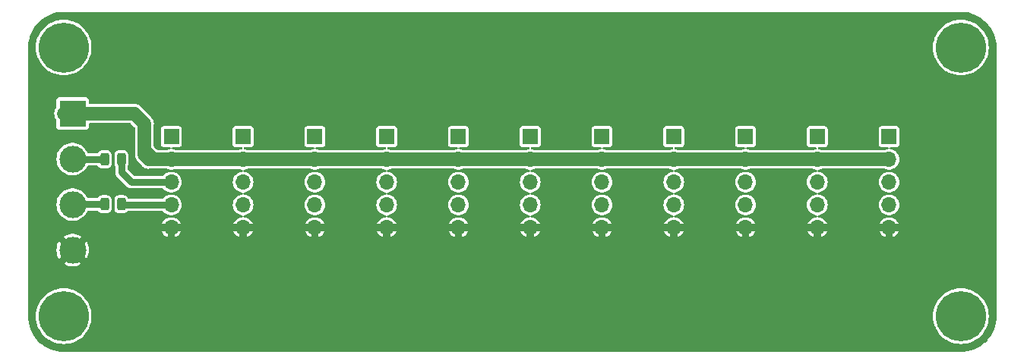
<source format=gbr>
G04 #@! TF.GenerationSoftware,KiCad,Pcbnew,7.0.6*
G04 #@! TF.CreationDate,2023-11-12T09:35:53+05:30*
G04 #@! TF.ProjectId,Common-Miner-Baseboard,436f6d6d-6f6e-42d4-9d69-6e65722d4261,rev?*
G04 #@! TF.SameCoordinates,Original*
G04 #@! TF.FileFunction,Copper,L2,Bot*
G04 #@! TF.FilePolarity,Positive*
%FSLAX46Y46*%
G04 Gerber Fmt 4.6, Leading zero omitted, Abs format (unit mm)*
G04 Created by KiCad (PCBNEW 7.0.6) date 2023-11-12 09:35:53*
%MOMM*%
%LPD*%
G01*
G04 APERTURE LIST*
G04 Aperture macros list*
%AMRoundRect*
0 Rectangle with rounded corners*
0 $1 Rounding radius*
0 $2 $3 $4 $5 $6 $7 $8 $9 X,Y pos of 4 corners*
0 Add a 4 corners polygon primitive as box body*
4,1,4,$2,$3,$4,$5,$6,$7,$8,$9,$2,$3,0*
0 Add four circle primitives for the rounded corners*
1,1,$1+$1,$2,$3*
1,1,$1+$1,$4,$5*
1,1,$1+$1,$6,$7*
1,1,$1+$1,$8,$9*
0 Add four rect primitives between the rounded corners*
20,1,$1+$1,$2,$3,$4,$5,0*
20,1,$1+$1,$4,$5,$6,$7,0*
20,1,$1+$1,$6,$7,$8,$9,0*
20,1,$1+$1,$8,$9,$2,$3,0*%
G04 Aperture macros list end*
G04 #@! TA.AperFunction,ComponentPad*
%ADD10R,1.700000X1.700000*%
G04 #@! TD*
G04 #@! TA.AperFunction,ComponentPad*
%ADD11O,1.700000X1.700000*%
G04 #@! TD*
G04 #@! TA.AperFunction,ComponentPad*
%ADD12C,5.600000*%
G04 #@! TD*
G04 #@! TA.AperFunction,ComponentPad*
%ADD13R,3.000000X3.000000*%
G04 #@! TD*
G04 #@! TA.AperFunction,ComponentPad*
%ADD14C,3.000000*%
G04 #@! TD*
G04 #@! TA.AperFunction,SMDPad,CuDef*
%ADD15RoundRect,0.243750X-0.243750X-0.456250X0.243750X-0.456250X0.243750X0.456250X-0.243750X0.456250X0*%
G04 #@! TD*
G04 #@! TA.AperFunction,Conductor*
%ADD16C,0.800000*%
G04 #@! TD*
G04 #@! TA.AperFunction,Conductor*
%ADD17C,1.500000*%
G04 #@! TD*
G04 APERTURE END LIST*
D10*
G04 #@! TO.P,J2,1*
G04 #@! TO.N,LED_2*
X50000000Y-59950000D03*
D11*
G04 #@! TO.P,J2,2*
G04 #@! TO.N,5V*
X50000000Y-62490000D03*
G04 #@! TO.P,J2,3*
G04 #@! TO.N,SDA*
X50000000Y-65030000D03*
G04 #@! TO.P,J2,4*
G04 #@! TO.N,SCL*
X50000000Y-67570000D03*
G04 #@! TO.P,J2,5*
G04 #@! TO.N,GND*
X50000000Y-70110000D03*
G04 #@! TD*
D10*
G04 #@! TO.P,J3,1*
G04 #@! TO.N,LED_3*
X58000000Y-59950000D03*
D11*
G04 #@! TO.P,J3,2*
G04 #@! TO.N,5V*
X58000000Y-62490000D03*
G04 #@! TO.P,J3,3*
G04 #@! TO.N,SDA*
X58000000Y-65030000D03*
G04 #@! TO.P,J3,4*
G04 #@! TO.N,SCL*
X58000000Y-67570000D03*
G04 #@! TO.P,J3,5*
G04 #@! TO.N,GND*
X58000000Y-70110000D03*
G04 #@! TD*
D10*
G04 #@! TO.P,J4,1*
G04 #@! TO.N,LED_4*
X66000000Y-59950000D03*
D11*
G04 #@! TO.P,J4,2*
G04 #@! TO.N,5V*
X66000000Y-62490000D03*
G04 #@! TO.P,J4,3*
G04 #@! TO.N,SDA*
X66000000Y-65030000D03*
G04 #@! TO.P,J4,4*
G04 #@! TO.N,SCL*
X66000000Y-67570000D03*
G04 #@! TO.P,J4,5*
G04 #@! TO.N,GND*
X66000000Y-70110000D03*
G04 #@! TD*
D10*
G04 #@! TO.P,J5,1*
G04 #@! TO.N,LED_5*
X74000000Y-59950000D03*
D11*
G04 #@! TO.P,J5,2*
G04 #@! TO.N,5V*
X74000000Y-62490000D03*
G04 #@! TO.P,J5,3*
G04 #@! TO.N,SDA*
X74000000Y-65030000D03*
G04 #@! TO.P,J5,4*
G04 #@! TO.N,SCL*
X74000000Y-67570000D03*
G04 #@! TO.P,J5,5*
G04 #@! TO.N,GND*
X74000000Y-70110000D03*
G04 #@! TD*
D10*
G04 #@! TO.P,J6,1*
G04 #@! TO.N,LED_6*
X82000000Y-59950000D03*
D11*
G04 #@! TO.P,J6,2*
G04 #@! TO.N,5V*
X82000000Y-62490000D03*
G04 #@! TO.P,J6,3*
G04 #@! TO.N,SDA*
X82000000Y-65030000D03*
G04 #@! TO.P,J6,4*
G04 #@! TO.N,SCL*
X82000000Y-67570000D03*
G04 #@! TO.P,J6,5*
G04 #@! TO.N,GND*
X82000000Y-70110000D03*
G04 #@! TD*
D10*
G04 #@! TO.P,J7,1*
G04 #@! TO.N,LED_7*
X90000000Y-59950000D03*
D11*
G04 #@! TO.P,J7,2*
G04 #@! TO.N,5V*
X90000000Y-62490000D03*
G04 #@! TO.P,J7,3*
G04 #@! TO.N,SDA*
X90000000Y-65030000D03*
G04 #@! TO.P,J7,4*
G04 #@! TO.N,SCL*
X90000000Y-67570000D03*
G04 #@! TO.P,J7,5*
G04 #@! TO.N,GND*
X90000000Y-70110000D03*
G04 #@! TD*
D10*
G04 #@! TO.P,J9,1*
G04 #@! TO.N,LED_9*
X106000000Y-59950000D03*
D11*
G04 #@! TO.P,J9,2*
G04 #@! TO.N,5V*
X106000000Y-62490000D03*
G04 #@! TO.P,J9,3*
G04 #@! TO.N,SDA*
X106000000Y-65030000D03*
G04 #@! TO.P,J9,4*
G04 #@! TO.N,SCL*
X106000000Y-67570000D03*
G04 #@! TO.P,J9,5*
G04 #@! TO.N,GND*
X106000000Y-70110000D03*
G04 #@! TD*
D10*
G04 #@! TO.P,J10,1*
G04 #@! TO.N,LED_10*
X114000000Y-59950000D03*
D11*
G04 #@! TO.P,J10,2*
G04 #@! TO.N,5V*
X114000000Y-62490000D03*
G04 #@! TO.P,J10,3*
G04 #@! TO.N,SDA*
X114000000Y-65030000D03*
G04 #@! TO.P,J10,4*
G04 #@! TO.N,SCL*
X114000000Y-67570000D03*
G04 #@! TO.P,J10,5*
G04 #@! TO.N,GND*
X114000000Y-70110000D03*
G04 #@! TD*
D10*
G04 #@! TO.P,J11,1*
G04 #@! TO.N,LED_11*
X122000000Y-59950000D03*
D11*
G04 #@! TO.P,J11,2*
G04 #@! TO.N,5V*
X122000000Y-62490000D03*
G04 #@! TO.P,J11,3*
G04 #@! TO.N,SDA*
X122000000Y-65030000D03*
G04 #@! TO.P,J11,4*
G04 #@! TO.N,SCL*
X122000000Y-67570000D03*
G04 #@! TO.P,J11,5*
G04 #@! TO.N,GND*
X122000000Y-70110000D03*
G04 #@! TD*
D10*
G04 #@! TO.P,J8,1*
G04 #@! TO.N,LED_8*
X98000000Y-59950000D03*
D11*
G04 #@! TO.P,J8,2*
G04 #@! TO.N,5V*
X98000000Y-62490000D03*
G04 #@! TO.P,J8,3*
G04 #@! TO.N,SDA*
X98000000Y-65030000D03*
G04 #@! TO.P,J8,4*
G04 #@! TO.N,SCL*
X98000000Y-67570000D03*
G04 #@! TO.P,J8,5*
G04 #@! TO.N,GND*
X98000000Y-70110000D03*
G04 #@! TD*
D10*
G04 #@! TO.P,J1,1*
G04 #@! TO.N,LED_1*
X42000000Y-59950000D03*
D11*
G04 #@! TO.P,J1,2*
G04 #@! TO.N,5V*
X42000000Y-62490000D03*
G04 #@! TO.P,J1,3*
G04 #@! TO.N,SDA*
X42000000Y-65030000D03*
G04 #@! TO.P,J1,4*
G04 #@! TO.N,SCL*
X42000000Y-67570000D03*
G04 #@! TO.P,J1,5*
G04 #@! TO.N,GND*
X42000000Y-70110000D03*
G04 #@! TD*
D12*
G04 #@! TO.P,REF\u002A\u002A,1*
G04 #@! TO.N,N/C*
X30000000Y-50000000D03*
G04 #@! TD*
G04 #@! TO.P,REF\u002A\u002A,1*
G04 #@! TO.N,N/C*
X130000000Y-50000000D03*
G04 #@! TD*
D13*
G04 #@! TO.P,J12,1*
G04 #@! TO.N,5V*
X31000000Y-57380000D03*
D14*
G04 #@! TO.P,J12,2*
G04 #@! TO.N,Net-(J12-Pad2)*
X31000000Y-62460000D03*
G04 #@! TO.P,J12,3*
G04 #@! TO.N,Net-(J12-Pad3)*
X31000000Y-67540000D03*
G04 #@! TO.P,J12,4*
G04 #@! TO.N,GND*
X31000000Y-72620000D03*
G04 #@! TD*
D12*
G04 #@! TO.P,REF\u002A\u002A,1*
G04 #@! TO.N,N/C*
X130000000Y-80000000D03*
G04 #@! TD*
G04 #@! TO.P,REF\u002A\u002A,1*
G04 #@! TO.N,N/C*
X30000000Y-80000000D03*
G04 #@! TD*
D15*
G04 #@! TO.P,R12,1*
G04 #@! TO.N,Net-(J12-Pad2)*
X34562500Y-62500000D03*
G04 #@! TO.P,R12,2*
G04 #@! TO.N,SDA*
X36437500Y-62500000D03*
G04 #@! TD*
G04 #@! TO.P,R13,1*
G04 #@! TO.N,Net-(J12-Pad3)*
X34562500Y-67500000D03*
G04 #@! TO.P,R13,2*
G04 #@! TO.N,SCL*
X36437500Y-67500000D03*
G04 #@! TD*
D16*
G04 #@! TO.N,SCL*
X42000000Y-67570000D02*
X36507500Y-67570000D01*
X36507500Y-67570000D02*
X36437500Y-67500000D01*
G04 #@! TO.N,SDA*
X36437500Y-63937500D02*
X36437500Y-62500000D01*
X42000000Y-65030000D02*
X37530000Y-65030000D01*
X37530000Y-65030000D02*
X36437500Y-63937500D01*
D17*
G04 #@! TO.N,5V*
X42000000Y-62490000D02*
X39490000Y-62490000D01*
X39490000Y-62490000D02*
X39000000Y-62000000D01*
X46000000Y-62500000D02*
X49990000Y-62500000D01*
X39990000Y-62490000D02*
X39000000Y-61500000D01*
X39000000Y-58500000D02*
X37880000Y-57380000D01*
X42010000Y-62500000D02*
X42000000Y-62490000D01*
X39000000Y-62000000D02*
X39000000Y-61500000D01*
X39000000Y-59500000D02*
X39000000Y-58500000D01*
X50000000Y-62490000D02*
X122000000Y-62490000D01*
X30000000Y-57380000D02*
X36380000Y-57380000D01*
X37880000Y-57380000D02*
X36380000Y-57380000D01*
X42000000Y-62490000D02*
X39990000Y-62490000D01*
X46000000Y-62500000D02*
X42010000Y-62500000D01*
X39000000Y-61500000D02*
X39000000Y-59500000D01*
X49990000Y-62500000D02*
X50000000Y-62490000D01*
D16*
G04 #@! TO.N,Net-(J12-Pad3)*
X34562500Y-67500000D02*
X30040000Y-67500000D01*
X30040000Y-67500000D02*
X30000000Y-67540000D01*
G04 #@! TO.N,Net-(J12-Pad2)*
X34562500Y-62500000D02*
X30040000Y-62500000D01*
X30040000Y-62500000D02*
X30000000Y-62460000D01*
G04 #@! TD*
G04 #@! TA.AperFunction,Conductor*
G04 #@! TO.N,GND*
G36*
X130001444Y-46025567D02*
G01*
X130363812Y-46042321D01*
X130369609Y-46042858D01*
X130422760Y-46050272D01*
X130727446Y-46092773D01*
X130733132Y-46093836D01*
X131084851Y-46176560D01*
X131090436Y-46178150D01*
X131196912Y-46213837D01*
X131433002Y-46292966D01*
X131438406Y-46295059D01*
X131768935Y-46441002D01*
X131774114Y-46443580D01*
X132089771Y-46619400D01*
X132094698Y-46622451D01*
X132172030Y-46675425D01*
X132392767Y-46826634D01*
X132397403Y-46830134D01*
X132498569Y-46914141D01*
X132675367Y-47060953D01*
X132679658Y-47064864D01*
X132935134Y-47320340D01*
X132939046Y-47324632D01*
X133082372Y-47497232D01*
X133169862Y-47602593D01*
X133173365Y-47607232D01*
X133377544Y-47905295D01*
X133380602Y-47910234D01*
X133556414Y-48225877D01*
X133559002Y-48231074D01*
X133704934Y-48561579D01*
X133707037Y-48567008D01*
X133821849Y-48909563D01*
X133823443Y-48915162D01*
X133906159Y-49266847D01*
X133907229Y-49272570D01*
X133957141Y-49630390D01*
X133957678Y-49636187D01*
X133974433Y-49998553D01*
X133974500Y-50001464D01*
X133974500Y-79998534D01*
X133974433Y-80001445D01*
X133957678Y-80363812D01*
X133957141Y-80369609D01*
X133907229Y-80727429D01*
X133906159Y-80733152D01*
X133823443Y-81084837D01*
X133821849Y-81090436D01*
X133707037Y-81432991D01*
X133704934Y-81438420D01*
X133559002Y-81768925D01*
X133556409Y-81774131D01*
X133466150Y-81936179D01*
X133380609Y-82089754D01*
X133377544Y-82094704D01*
X133173365Y-82392767D01*
X133169857Y-82397413D01*
X132939046Y-82675367D01*
X132935124Y-82679670D01*
X132679670Y-82935124D01*
X132675367Y-82939046D01*
X132397413Y-83169857D01*
X132392767Y-83173365D01*
X132094704Y-83377544D01*
X132089755Y-83380608D01*
X131774131Y-83556409D01*
X131768925Y-83559002D01*
X131438420Y-83704934D01*
X131432991Y-83707037D01*
X131090436Y-83821849D01*
X131084837Y-83823443D01*
X130733152Y-83906159D01*
X130727429Y-83907229D01*
X130369609Y-83957141D01*
X130363812Y-83957678D01*
X130001445Y-83974433D01*
X129998534Y-83974500D01*
X30001466Y-83974500D01*
X29998555Y-83974433D01*
X29636187Y-83957678D01*
X29630390Y-83957141D01*
X29272570Y-83907229D01*
X29266851Y-83906159D01*
X28915162Y-83823443D01*
X28909563Y-83821849D01*
X28567008Y-83707037D01*
X28561579Y-83704934D01*
X28231074Y-83559002D01*
X28225877Y-83556414D01*
X27910234Y-83380602D01*
X27905295Y-83377544D01*
X27607232Y-83173365D01*
X27602593Y-83169862D01*
X27431185Y-83027527D01*
X27324632Y-82939046D01*
X27320340Y-82935134D01*
X27064864Y-82679658D01*
X27060953Y-82675367D01*
X26855450Y-82427890D01*
X26830134Y-82397403D01*
X26826634Y-82392767D01*
X26622451Y-82094698D01*
X26619400Y-82089771D01*
X26443580Y-81774114D01*
X26441002Y-81768935D01*
X26295059Y-81438406D01*
X26292966Y-81433002D01*
X26178150Y-81090436D01*
X26176560Y-81084851D01*
X26093836Y-80733132D01*
X26092773Y-80727446D01*
X26042858Y-80369609D01*
X26042321Y-80363812D01*
X26025567Y-80001444D01*
X26025534Y-80000000D01*
X26894615Y-80000000D01*
X26914140Y-80347690D01*
X26972471Y-80691004D01*
X26972473Y-80691013D01*
X27039200Y-80922625D01*
X27068880Y-81025648D01*
X27174500Y-81280636D01*
X27202145Y-81347376D01*
X27202152Y-81347388D01*
X27370588Y-81652153D01*
X27370592Y-81652160D01*
X27572109Y-81936172D01*
X27572114Y-81936179D01*
X27672465Y-82048471D01*
X27804161Y-82195839D01*
X27969063Y-82343205D01*
X28063820Y-82427885D01*
X28063827Y-82427890D01*
X28347839Y-82629407D01*
X28347846Y-82629411D01*
X28430998Y-82675367D01*
X28652624Y-82797855D01*
X28974356Y-82931121D01*
X29308987Y-83027527D01*
X29652307Y-83085859D01*
X29652306Y-83085859D01*
X29670793Y-83086897D01*
X30000000Y-83105385D01*
X30347693Y-83085859D01*
X30691013Y-83027527D01*
X31025644Y-82931121D01*
X31347376Y-82797855D01*
X31652164Y-82629405D01*
X31936176Y-82427888D01*
X32195839Y-82195839D01*
X32427888Y-81936176D01*
X32629405Y-81652164D01*
X32797855Y-81347376D01*
X32931121Y-81025644D01*
X33027527Y-80691013D01*
X33085859Y-80347693D01*
X33105385Y-80000000D01*
X126894615Y-80000000D01*
X126914140Y-80347690D01*
X126972471Y-80691004D01*
X126972473Y-80691013D01*
X127039200Y-80922625D01*
X127068880Y-81025648D01*
X127174500Y-81280636D01*
X127202145Y-81347376D01*
X127202152Y-81347388D01*
X127370588Y-81652153D01*
X127370592Y-81652160D01*
X127572109Y-81936172D01*
X127572114Y-81936179D01*
X127672465Y-82048471D01*
X127804161Y-82195839D01*
X127969063Y-82343205D01*
X128063820Y-82427885D01*
X128063827Y-82427890D01*
X128347839Y-82629407D01*
X128347846Y-82629411D01*
X128430998Y-82675367D01*
X128652624Y-82797855D01*
X128974356Y-82931121D01*
X129308987Y-83027527D01*
X129652307Y-83085859D01*
X129652306Y-83085859D01*
X129670793Y-83086897D01*
X130000000Y-83105385D01*
X130347693Y-83085859D01*
X130691013Y-83027527D01*
X131025644Y-82931121D01*
X131347376Y-82797855D01*
X131652164Y-82629405D01*
X131936176Y-82427888D01*
X132195839Y-82195839D01*
X132427888Y-81936176D01*
X132629405Y-81652164D01*
X132797855Y-81347376D01*
X132931121Y-81025644D01*
X133027527Y-80691013D01*
X133085859Y-80347693D01*
X133105385Y-80000000D01*
X133085859Y-79652307D01*
X133027527Y-79308987D01*
X132931121Y-78974356D01*
X132797855Y-78652624D01*
X132629405Y-78347836D01*
X132427888Y-78063824D01*
X132427887Y-78063823D01*
X132427885Y-78063820D01*
X132343205Y-77969063D01*
X132195839Y-77804161D01*
X132048471Y-77672465D01*
X131936179Y-77572114D01*
X131936172Y-77572109D01*
X131652160Y-77370592D01*
X131652153Y-77370588D01*
X131434402Y-77250242D01*
X131347376Y-77202145D01*
X131347369Y-77202142D01*
X131347365Y-77202140D01*
X131025648Y-77068880D01*
X130957221Y-77049166D01*
X130691013Y-76972473D01*
X130691007Y-76972472D01*
X130691004Y-76972471D01*
X130347687Y-76914140D01*
X130347693Y-76914140D01*
X130018486Y-76895653D01*
X130000000Y-76894615D01*
X129999999Y-76894615D01*
X129652309Y-76914140D01*
X129308995Y-76972471D01*
X129308989Y-76972472D01*
X129308987Y-76972473D01*
X129172142Y-77011897D01*
X128974351Y-77068880D01*
X128652634Y-77202140D01*
X128652611Y-77202152D01*
X128347846Y-77370588D01*
X128347839Y-77370592D01*
X128063827Y-77572109D01*
X128063820Y-77572114D01*
X127804161Y-77804161D01*
X127572114Y-78063820D01*
X127572109Y-78063827D01*
X127370592Y-78347839D01*
X127370588Y-78347846D01*
X127202152Y-78652611D01*
X127202140Y-78652634D01*
X127068880Y-78974351D01*
X126972471Y-79308995D01*
X126914140Y-79652309D01*
X126894615Y-80000000D01*
X33105385Y-80000000D01*
X33085859Y-79652307D01*
X33027527Y-79308987D01*
X32931121Y-78974356D01*
X32797855Y-78652624D01*
X32629405Y-78347836D01*
X32427888Y-78063824D01*
X32427887Y-78063823D01*
X32427885Y-78063820D01*
X32343205Y-77969063D01*
X32195839Y-77804161D01*
X32048471Y-77672465D01*
X31936179Y-77572114D01*
X31936172Y-77572109D01*
X31652160Y-77370592D01*
X31652153Y-77370588D01*
X31434402Y-77250242D01*
X31347376Y-77202145D01*
X31347369Y-77202142D01*
X31347365Y-77202140D01*
X31025648Y-77068880D01*
X30957221Y-77049166D01*
X30691013Y-76972473D01*
X30691007Y-76972472D01*
X30691004Y-76972471D01*
X30347687Y-76914140D01*
X30347693Y-76914140D01*
X30000000Y-76894615D01*
X29652309Y-76914140D01*
X29308995Y-76972471D01*
X29308989Y-76972472D01*
X29308987Y-76972473D01*
X29172142Y-77011897D01*
X28974351Y-77068880D01*
X28652634Y-77202140D01*
X28652611Y-77202152D01*
X28347846Y-77370588D01*
X28347839Y-77370592D01*
X28063827Y-77572109D01*
X28063820Y-77572114D01*
X27804161Y-77804161D01*
X27572114Y-78063820D01*
X27572109Y-78063827D01*
X27370592Y-78347839D01*
X27370588Y-78347846D01*
X27202152Y-78652611D01*
X27202140Y-78652634D01*
X27068880Y-78974351D01*
X26972471Y-79308995D01*
X26914140Y-79652309D01*
X26894615Y-80000000D01*
X26025534Y-80000000D01*
X26025500Y-79998534D01*
X26025500Y-72620000D01*
X29194953Y-72620000D01*
X29215115Y-72889032D01*
X29275145Y-73152045D01*
X29275147Y-73152050D01*
X29373707Y-73403177D01*
X29373710Y-73403185D01*
X29475253Y-73579061D01*
X30259160Y-72795154D01*
X30266971Y-72839454D01*
X30337340Y-73002587D01*
X30443433Y-73145094D01*
X30579530Y-73259294D01*
X30738295Y-73339028D01*
X30825894Y-73359789D01*
X30040983Y-74144699D01*
X30097476Y-74183215D01*
X30340537Y-74300269D01*
X30340550Y-74300274D01*
X30598328Y-74379788D01*
X30598340Y-74379790D01*
X30865113Y-74420000D01*
X31134887Y-74420000D01*
X31401659Y-74379790D01*
X31401671Y-74379788D01*
X31659449Y-74300274D01*
X31659462Y-74300269D01*
X31902526Y-74183215D01*
X31959016Y-74144700D01*
X31178223Y-73363907D01*
X31343409Y-73303784D01*
X31491844Y-73206157D01*
X31613764Y-73076930D01*
X31702595Y-72923070D01*
X31740878Y-72795194D01*
X32524745Y-73579061D01*
X32524746Y-73579061D01*
X32626292Y-73403178D01*
X32626294Y-73403174D01*
X32724852Y-73152050D01*
X32724854Y-73152045D01*
X32784884Y-72889032D01*
X32805046Y-72620000D01*
X32784884Y-72350967D01*
X32724854Y-72087954D01*
X32724852Y-72087949D01*
X32626294Y-71836825D01*
X32626292Y-71836821D01*
X32524745Y-71660937D01*
X31740839Y-72444843D01*
X31733029Y-72400546D01*
X31662660Y-72237413D01*
X31556567Y-72094906D01*
X31420470Y-71980706D01*
X31261705Y-71900972D01*
X31174104Y-71880210D01*
X31959015Y-71095299D01*
X31959015Y-71095298D01*
X31902514Y-71056777D01*
X31659467Y-70939732D01*
X31659449Y-70939725D01*
X31401671Y-70860211D01*
X31401659Y-70860209D01*
X31134887Y-70820000D01*
X30865113Y-70820000D01*
X30598340Y-70860209D01*
X30598328Y-70860211D01*
X30340550Y-70939725D01*
X30340532Y-70939732D01*
X30097482Y-71056779D01*
X30097474Y-71056784D01*
X30040984Y-71095298D01*
X30040984Y-71095300D01*
X30821775Y-71876092D01*
X30656591Y-71936216D01*
X30508156Y-72033843D01*
X30386236Y-72163070D01*
X30297405Y-72316930D01*
X30259121Y-72444805D01*
X29475254Y-71660938D01*
X29475253Y-71660938D01*
X29373710Y-71836814D01*
X29373707Y-71836822D01*
X29275147Y-72087949D01*
X29275145Y-72087954D01*
X29215115Y-72350967D01*
X29194953Y-72620000D01*
X26025500Y-72620000D01*
X26025500Y-70510000D01*
X40918167Y-70510000D01*
X40923061Y-70527202D01*
X40923063Y-70527207D01*
X41018060Y-70717989D01*
X41146500Y-70888070D01*
X41304001Y-71031652D01*
X41485205Y-71143847D01*
X41600000Y-71188318D01*
X41600000Y-70510000D01*
X40918167Y-70510000D01*
X26025500Y-70510000D01*
X26025500Y-67540000D01*
X29194451Y-67540000D01*
X29214617Y-67809106D01*
X29274665Y-68072193D01*
X29373255Y-68323394D01*
X29373258Y-68323402D01*
X29508182Y-68557098D01*
X29508184Y-68557101D01*
X29508185Y-68557102D01*
X29676439Y-68768085D01*
X29874259Y-68951635D01*
X29874265Y-68951639D01*
X30097216Y-69103645D01*
X30097223Y-69103649D01*
X30097226Y-69103651D01*
X30340359Y-69220738D01*
X30340362Y-69220738D01*
X30340367Y-69220741D01*
X30598217Y-69300277D01*
X30598219Y-69300277D01*
X30598228Y-69300280D01*
X30865071Y-69340500D01*
X30865075Y-69340500D01*
X31134925Y-69340500D01*
X31134929Y-69340500D01*
X31401772Y-69300280D01*
X31401782Y-69300277D01*
X31659632Y-69220741D01*
X31659634Y-69220739D01*
X31659641Y-69220738D01*
X31659646Y-69220735D01*
X31659650Y-69220734D01*
X31902769Y-69103654D01*
X31902769Y-69103653D01*
X31902775Y-69103651D01*
X32125741Y-68951635D01*
X32323561Y-68768085D01*
X32491815Y-68557102D01*
X32612304Y-68348407D01*
X32626741Y-68323402D01*
X32626741Y-68323401D01*
X32626743Y-68323398D01*
X32643593Y-68280466D01*
X32687100Y-68224362D01*
X32754033Y-68200686D01*
X32760883Y-68200500D01*
X33758348Y-68200500D01*
X33826469Y-68220502D01*
X33858746Y-68250367D01*
X33930288Y-68344711D01*
X34020688Y-68413262D01*
X34049500Y-68435111D01*
X34188679Y-68489997D01*
X34276140Y-68500500D01*
X34276143Y-68500500D01*
X34848857Y-68500500D01*
X34848860Y-68500500D01*
X34936321Y-68489997D01*
X35075500Y-68435111D01*
X35194711Y-68344711D01*
X35285111Y-68225500D01*
X35339997Y-68086321D01*
X35350500Y-67998860D01*
X35350500Y-67001140D01*
X35339997Y-66913679D01*
X35285111Y-66774500D01*
X35256295Y-66736500D01*
X35194711Y-66655288D01*
X35075500Y-66564889D01*
X34936320Y-66510002D01*
X34848862Y-66499500D01*
X34848860Y-66499500D01*
X34276140Y-66499500D01*
X34276137Y-66499500D01*
X34188679Y-66510002D01*
X34049499Y-66564889D01*
X33930288Y-66655288D01*
X33858746Y-66749633D01*
X33801647Y-66791827D01*
X33758348Y-66799500D01*
X32724257Y-66799500D01*
X32656136Y-66779498D01*
X32615138Y-66736500D01*
X32491817Y-66522901D01*
X32481531Y-66510003D01*
X32323561Y-66311915D01*
X32125741Y-66128365D01*
X32125734Y-66128360D01*
X31902777Y-65976350D01*
X31902769Y-65976345D01*
X31659650Y-65859265D01*
X31659632Y-65859258D01*
X31401782Y-65779722D01*
X31401774Y-65779720D01*
X31401772Y-65779720D01*
X31134929Y-65739500D01*
X30865071Y-65739500D01*
X30598228Y-65779720D01*
X30598226Y-65779720D01*
X30598217Y-65779722D01*
X30340367Y-65859258D01*
X30340355Y-65859263D01*
X30097223Y-65976350D01*
X30097216Y-65976354D01*
X29874265Y-66128360D01*
X29874260Y-66128364D01*
X29676439Y-66311914D01*
X29508182Y-66522901D01*
X29373258Y-66756597D01*
X29373255Y-66756605D01*
X29274665Y-67007806D01*
X29214617Y-67270893D01*
X29194451Y-67540000D01*
X26025500Y-67540000D01*
X26025500Y-62460000D01*
X29194451Y-62460000D01*
X29214617Y-62729106D01*
X29274665Y-62992193D01*
X29373255Y-63243394D01*
X29373258Y-63243402D01*
X29508182Y-63477098D01*
X29508184Y-63477101D01*
X29508185Y-63477102D01*
X29676439Y-63688085D01*
X29874259Y-63871635D01*
X29896526Y-63886816D01*
X30097216Y-64023645D01*
X30097223Y-64023649D01*
X30097226Y-64023651D01*
X30340359Y-64140738D01*
X30340362Y-64140738D01*
X30340367Y-64140741D01*
X30598217Y-64220277D01*
X30598219Y-64220277D01*
X30598228Y-64220280D01*
X30865071Y-64260500D01*
X30865075Y-64260500D01*
X31134925Y-64260500D01*
X31134929Y-64260500D01*
X31401772Y-64220280D01*
X31443259Y-64207483D01*
X31659632Y-64140741D01*
X31659634Y-64140739D01*
X31659641Y-64140738D01*
X31659646Y-64140735D01*
X31659650Y-64140734D01*
X31902769Y-64023654D01*
X31902769Y-64023653D01*
X31902775Y-64023651D01*
X32125741Y-63871635D01*
X32323561Y-63688085D01*
X32491815Y-63477102D01*
X32529371Y-63412052D01*
X32615138Y-63263500D01*
X32666520Y-63214507D01*
X32724257Y-63200500D01*
X33758348Y-63200500D01*
X33826469Y-63220502D01*
X33858746Y-63250367D01*
X33930288Y-63344711D01*
X34019092Y-63412052D01*
X34049500Y-63435111D01*
X34188679Y-63489997D01*
X34276140Y-63500500D01*
X34276143Y-63500500D01*
X34848857Y-63500500D01*
X34848860Y-63500500D01*
X34936321Y-63489997D01*
X35075500Y-63435111D01*
X35194711Y-63344711D01*
X35285111Y-63225500D01*
X35339997Y-63086321D01*
X35350500Y-62998860D01*
X35350500Y-62001140D01*
X35339997Y-61913679D01*
X35285111Y-61774500D01*
X35243429Y-61719534D01*
X35194711Y-61655288D01*
X35075500Y-61564889D01*
X34936320Y-61510002D01*
X34848862Y-61499500D01*
X34848860Y-61499500D01*
X34276140Y-61499500D01*
X34276137Y-61499500D01*
X34188679Y-61510002D01*
X34049499Y-61564889D01*
X33930288Y-61655288D01*
X33858746Y-61749633D01*
X33801647Y-61791827D01*
X33758348Y-61799500D01*
X32760883Y-61799500D01*
X32692762Y-61779498D01*
X32646269Y-61725842D01*
X32643593Y-61719534D01*
X32626744Y-61676605D01*
X32626743Y-61676602D01*
X32626741Y-61676599D01*
X32626741Y-61676597D01*
X32491817Y-61442901D01*
X32418012Y-61350353D01*
X32323561Y-61231915D01*
X32125741Y-61048365D01*
X32125734Y-61048360D01*
X31902777Y-60896350D01*
X31902769Y-60896345D01*
X31659650Y-60779265D01*
X31659632Y-60779258D01*
X31401782Y-60699722D01*
X31401774Y-60699720D01*
X31401772Y-60699720D01*
X31134929Y-60659500D01*
X30865071Y-60659500D01*
X30598228Y-60699720D01*
X30598226Y-60699720D01*
X30598217Y-60699722D01*
X30340367Y-60779258D01*
X30340355Y-60779263D01*
X30097223Y-60896350D01*
X30097216Y-60896354D01*
X29874265Y-61048360D01*
X29874260Y-61048364D01*
X29676439Y-61231914D01*
X29508182Y-61442901D01*
X29373258Y-61676597D01*
X29373255Y-61676605D01*
X29274665Y-61927806D01*
X29214617Y-62190893D01*
X29194451Y-62460000D01*
X26025500Y-62460000D01*
X26025500Y-57380003D01*
X28944417Y-57380003D01*
X28964698Y-57585927D01*
X29024768Y-57783954D01*
X29122313Y-57966447D01*
X29170900Y-58025651D01*
X29198653Y-58090999D01*
X29199500Y-58105584D01*
X29199500Y-58924859D01*
X29199501Y-58924866D01*
X29202414Y-58949990D01*
X29202416Y-58949994D01*
X29247793Y-59052765D01*
X29327232Y-59132204D01*
X29327234Y-59132205D01*
X29327235Y-59132206D01*
X29430009Y-59177585D01*
X29455135Y-59180500D01*
X32544864Y-59180499D01*
X32569991Y-59177585D01*
X32672765Y-59132206D01*
X32752206Y-59052765D01*
X32797585Y-58949991D01*
X32800500Y-58924865D01*
X32800500Y-58556500D01*
X32820502Y-58488379D01*
X32874158Y-58441886D01*
X32926500Y-58430500D01*
X36328392Y-58430500D01*
X37392679Y-58430500D01*
X37460800Y-58450502D01*
X37481774Y-58467405D01*
X37912595Y-58898226D01*
X37946621Y-58960538D01*
X37949500Y-58987321D01*
X37949500Y-61445297D01*
X37949196Y-61451476D01*
X37944417Y-61499998D01*
X37944417Y-61500001D01*
X37949196Y-61548522D01*
X37949500Y-61554702D01*
X37949500Y-61945297D01*
X37949196Y-61951476D01*
X37944417Y-61999998D01*
X37944417Y-62000003D01*
X37964698Y-62205927D01*
X38024768Y-62403955D01*
X38105815Y-62555583D01*
X38122314Y-62586449D01*
X38253590Y-62746410D01*
X38291290Y-62777350D01*
X38295863Y-62781494D01*
X38708504Y-63194135D01*
X38712649Y-63198709D01*
X38743587Y-63236407D01*
X38743588Y-63236408D01*
X38743590Y-63236410D01*
X38813791Y-63294022D01*
X38903550Y-63367685D01*
X39086046Y-63465232D01*
X39284066Y-63525300D01*
X39284070Y-63525300D01*
X39284072Y-63525301D01*
X39489997Y-63545583D01*
X39490000Y-63545583D01*
X39490002Y-63545583D01*
X39538522Y-63540804D01*
X39544702Y-63540500D01*
X39935298Y-63540500D01*
X39941478Y-63540804D01*
X39989998Y-63545583D01*
X39990000Y-63545583D01*
X39990002Y-63545583D01*
X40038521Y-63540804D01*
X40044701Y-63540500D01*
X41503250Y-63540500D01*
X41548765Y-63549007D01*
X41683802Y-63601321D01*
X41870097Y-63636145D01*
X41933381Y-63668324D01*
X41969223Y-63729609D01*
X41966242Y-63800543D01*
X41925384Y-63858605D01*
X41870098Y-63883854D01*
X41757350Y-63904930D01*
X41683800Y-63918679D01*
X41529754Y-63978356D01*
X41484981Y-63995702D01*
X41484980Y-63995702D01*
X41484979Y-63995703D01*
X41484974Y-63995705D01*
X41303701Y-64107945D01*
X41303699Y-64107946D01*
X41146124Y-64251596D01*
X41125104Y-64279432D01*
X41068090Y-64321740D01*
X41024554Y-64329500D01*
X37872347Y-64329500D01*
X37804226Y-64309498D01*
X37783252Y-64292595D01*
X37174905Y-63684248D01*
X37140879Y-63621936D01*
X37138000Y-63595153D01*
X37138000Y-63297029D01*
X37156668Y-63233451D01*
X37155887Y-63233012D01*
X37157791Y-63229625D01*
X37158002Y-63228908D01*
X37158986Y-63227499D01*
X37160109Y-63225502D01*
X37160111Y-63225500D01*
X37214997Y-63086321D01*
X37225500Y-62998860D01*
X37225500Y-62001140D01*
X37214997Y-61913679D01*
X37160111Y-61774500D01*
X37118429Y-61719534D01*
X37069711Y-61655288D01*
X36950500Y-61564889D01*
X36811320Y-61510002D01*
X36723862Y-61499500D01*
X36723860Y-61499500D01*
X36151140Y-61499500D01*
X36151137Y-61499500D01*
X36063679Y-61510002D01*
X35924499Y-61564889D01*
X35805288Y-61655288D01*
X35714889Y-61774499D01*
X35660002Y-61913679D01*
X35649500Y-62001137D01*
X35649500Y-62998862D01*
X35660002Y-63086320D01*
X35714890Y-63225502D01*
X35719113Y-63233012D01*
X35716548Y-63234454D01*
X35736620Y-63287245D01*
X35737000Y-63297029D01*
X35737000Y-63914428D01*
X35736885Y-63918231D01*
X35733142Y-63980106D01*
X35738051Y-64006899D01*
X35744316Y-64041086D01*
X35744889Y-64044848D01*
X35752358Y-64106368D01*
X35755888Y-64115676D01*
X35762008Y-64137630D01*
X35763804Y-64147429D01*
X35763805Y-64147433D01*
X35789249Y-64203969D01*
X35790705Y-64207483D01*
X35795558Y-64220280D01*
X35812682Y-64265430D01*
X35818335Y-64273620D01*
X35829537Y-64293481D01*
X35833622Y-64302557D01*
X35833623Y-64302559D01*
X35871847Y-64351348D01*
X35874103Y-64354414D01*
X35909314Y-64405426D01*
X35909317Y-64405429D01*
X35955727Y-64446545D01*
X35958472Y-64449129D01*
X37018376Y-65509033D01*
X37020969Y-65511788D01*
X37062069Y-65558181D01*
X37062071Y-65558183D01*
X37113092Y-65593400D01*
X37116131Y-65595635D01*
X37164943Y-65633877D01*
X37174009Y-65637957D01*
X37193874Y-65649161D01*
X37199963Y-65653364D01*
X37202070Y-65654818D01*
X37260056Y-65676808D01*
X37263537Y-65678250D01*
X37320068Y-65703694D01*
X37329854Y-65705487D01*
X37351823Y-65711611D01*
X37361128Y-65715140D01*
X37422682Y-65722613D01*
X37426405Y-65723180D01*
X37487394Y-65734357D01*
X37549259Y-65730614D01*
X37553061Y-65730500D01*
X41024554Y-65730500D01*
X41092675Y-65750502D01*
X41125104Y-65780568D01*
X41146124Y-65808403D01*
X41303699Y-65952053D01*
X41303701Y-65952054D01*
X41484974Y-66064294D01*
X41484975Y-66064294D01*
X41484981Y-66064298D01*
X41683802Y-66141321D01*
X41870097Y-66176145D01*
X41933381Y-66208324D01*
X41969223Y-66269609D01*
X41966242Y-66340543D01*
X41925384Y-66398605D01*
X41870098Y-66423854D01*
X41757350Y-66444930D01*
X41683800Y-66458679D01*
X41551321Y-66510002D01*
X41484981Y-66535702D01*
X41484980Y-66535702D01*
X41484979Y-66535703D01*
X41484974Y-66535705D01*
X41303701Y-66647945D01*
X41303699Y-66647946D01*
X41146124Y-66791596D01*
X41125104Y-66819432D01*
X41068090Y-66861740D01*
X41024554Y-66869500D01*
X37283330Y-66869500D01*
X37215209Y-66849498D01*
X37168716Y-66795842D01*
X37166116Y-66789726D01*
X37160112Y-66774502D01*
X37160111Y-66774501D01*
X37160111Y-66774500D01*
X37114911Y-66714894D01*
X37069711Y-66655288D01*
X36950500Y-66564889D01*
X36811320Y-66510002D01*
X36723862Y-66499500D01*
X36723860Y-66499500D01*
X36151140Y-66499500D01*
X36151137Y-66499500D01*
X36063679Y-66510002D01*
X35924499Y-66564889D01*
X35805288Y-66655288D01*
X35714889Y-66774499D01*
X35660002Y-66913679D01*
X35649500Y-67001137D01*
X35649500Y-67998862D01*
X35660002Y-68086320D01*
X35714889Y-68225500D01*
X35805288Y-68344711D01*
X35895688Y-68413262D01*
X35924500Y-68435111D01*
X36063679Y-68489997D01*
X36151140Y-68500500D01*
X36151143Y-68500500D01*
X36723857Y-68500500D01*
X36723860Y-68500500D01*
X36811321Y-68489997D01*
X36950500Y-68435111D01*
X37069711Y-68344711D01*
X37080045Y-68331083D01*
X37088173Y-68320366D01*
X37145272Y-68278173D01*
X37188570Y-68270500D01*
X41024554Y-68270500D01*
X41092675Y-68290502D01*
X41125104Y-68320568D01*
X41146124Y-68348403D01*
X41303699Y-68492053D01*
X41303701Y-68492054D01*
X41484974Y-68604294D01*
X41484975Y-68604294D01*
X41484981Y-68604298D01*
X41683802Y-68681321D01*
X41871456Y-68716399D01*
X41934741Y-68748578D01*
X41970583Y-68809863D01*
X41967602Y-68880797D01*
X41926744Y-68938859D01*
X41871456Y-68964109D01*
X41683932Y-68999163D01*
X41485211Y-69076149D01*
X41485204Y-69076152D01*
X41304001Y-69188347D01*
X41146500Y-69331929D01*
X41018060Y-69502010D01*
X40923063Y-69692792D01*
X40923061Y-69692797D01*
X40918166Y-69709999D01*
X40918167Y-69710000D01*
X41698103Y-69710000D01*
X41618239Y-69779202D01*
X41540507Y-69900156D01*
X41500000Y-70038111D01*
X41500000Y-70181889D01*
X41540507Y-70319844D01*
X41618239Y-70440798D01*
X41726900Y-70534952D01*
X41857685Y-70594680D01*
X41964237Y-70610000D01*
X42035763Y-70610000D01*
X42142315Y-70594680D01*
X42273100Y-70534952D01*
X42301897Y-70510000D01*
X42400000Y-70510000D01*
X42400000Y-71188317D01*
X42514794Y-71143847D01*
X42514795Y-71143847D01*
X42695998Y-71031652D01*
X42853499Y-70888070D01*
X42981939Y-70717989D01*
X43076936Y-70527207D01*
X43076938Y-70527202D01*
X43081833Y-70510000D01*
X48918167Y-70510000D01*
X48923061Y-70527202D01*
X48923063Y-70527207D01*
X49018060Y-70717989D01*
X49146500Y-70888070D01*
X49304001Y-71031652D01*
X49485205Y-71143847D01*
X49600000Y-71188318D01*
X49600000Y-70510000D01*
X48918167Y-70510000D01*
X43081833Y-70510000D01*
X42400000Y-70510000D01*
X42301897Y-70510000D01*
X42381761Y-70440798D01*
X42459493Y-70319844D01*
X42500000Y-70181889D01*
X42500000Y-70038111D01*
X42459493Y-69900156D01*
X42381761Y-69779202D01*
X42301897Y-69710000D01*
X43081833Y-69710000D01*
X43081833Y-69709999D01*
X43076938Y-69692797D01*
X43076936Y-69692792D01*
X42981939Y-69502010D01*
X42853499Y-69331929D01*
X42695998Y-69188347D01*
X42514795Y-69076152D01*
X42514788Y-69076149D01*
X42316067Y-68999163D01*
X42128543Y-68964109D01*
X42065258Y-68931930D01*
X42029416Y-68870645D01*
X42032397Y-68799711D01*
X42073255Y-68741649D01*
X42128541Y-68716400D01*
X42316198Y-68681321D01*
X42515019Y-68604298D01*
X42696302Y-68492052D01*
X42853872Y-68348407D01*
X42982366Y-68178255D01*
X43077405Y-67987389D01*
X43135756Y-67782310D01*
X43155429Y-67570000D01*
X43135756Y-67357690D01*
X43077405Y-67152611D01*
X42982366Y-66961745D01*
X42853872Y-66791593D01*
X42815484Y-66756597D01*
X42696300Y-66647946D01*
X42696298Y-66647945D01*
X42515025Y-66535705D01*
X42515021Y-66535703D01*
X42515019Y-66535702D01*
X42316198Y-66458679D01*
X42129902Y-66423854D01*
X42066618Y-66391676D01*
X42030776Y-66330391D01*
X42033757Y-66259457D01*
X42074615Y-66201395D01*
X42129901Y-66176145D01*
X42316198Y-66141321D01*
X42515019Y-66064298D01*
X42696302Y-65952052D01*
X42853872Y-65808407D01*
X42982366Y-65638255D01*
X43077405Y-65447389D01*
X43135756Y-65242310D01*
X43155429Y-65030000D01*
X43135756Y-64817690D01*
X43077405Y-64612611D01*
X42982366Y-64421745D01*
X42853872Y-64251593D01*
X42819523Y-64220279D01*
X42696300Y-64107946D01*
X42696298Y-64107945D01*
X42515025Y-63995705D01*
X42515021Y-63995703D01*
X42515019Y-63995702D01*
X42316198Y-63918679D01*
X42129902Y-63883854D01*
X42066618Y-63851676D01*
X42030776Y-63790391D01*
X42033757Y-63719457D01*
X42074615Y-63661395D01*
X42129901Y-63636145D01*
X42316198Y-63601321D01*
X42425421Y-63559007D01*
X42470937Y-63550500D01*
X45948392Y-63550500D01*
X49529063Y-63550500D01*
X49574578Y-63559007D01*
X49683802Y-63601321D01*
X49870097Y-63636145D01*
X49933381Y-63668324D01*
X49969223Y-63729609D01*
X49966242Y-63800543D01*
X49925384Y-63858605D01*
X49870098Y-63883854D01*
X49757350Y-63904930D01*
X49683800Y-63918679D01*
X49529754Y-63978356D01*
X49484981Y-63995702D01*
X49484980Y-63995702D01*
X49484979Y-63995703D01*
X49484974Y-63995705D01*
X49303701Y-64107945D01*
X49303699Y-64107946D01*
X49146129Y-64251591D01*
X49107641Y-64302557D01*
X49017634Y-64421745D01*
X49005290Y-64446536D01*
X48922593Y-64612615D01*
X48864244Y-64817688D01*
X48844571Y-65030000D01*
X48864244Y-65242311D01*
X48922593Y-65447384D01*
X48922594Y-65447386D01*
X48922595Y-65447389D01*
X49017634Y-65638255D01*
X49124466Y-65779722D01*
X49146129Y-65808408D01*
X49303699Y-65952053D01*
X49303701Y-65952054D01*
X49484974Y-66064294D01*
X49484975Y-66064294D01*
X49484981Y-66064298D01*
X49683802Y-66141321D01*
X49870097Y-66176145D01*
X49933381Y-66208324D01*
X49969223Y-66269609D01*
X49966242Y-66340543D01*
X49925384Y-66398605D01*
X49870098Y-66423854D01*
X49757350Y-66444930D01*
X49683800Y-66458679D01*
X49551321Y-66510002D01*
X49484981Y-66535702D01*
X49484980Y-66535702D01*
X49484979Y-66535703D01*
X49484974Y-66535705D01*
X49303701Y-66647945D01*
X49303699Y-66647946D01*
X49146129Y-66791591D01*
X49102400Y-66849498D01*
X49017634Y-66961745D01*
X48994699Y-67007805D01*
X48922593Y-67152615D01*
X48864244Y-67357688D01*
X48844571Y-67570000D01*
X48864244Y-67782311D01*
X48922593Y-67987384D01*
X48922594Y-67987386D01*
X48922595Y-67987389D01*
X49017634Y-68178255D01*
X49125105Y-68320568D01*
X49146129Y-68348408D01*
X49303699Y-68492053D01*
X49303701Y-68492054D01*
X49484974Y-68604294D01*
X49484975Y-68604294D01*
X49484981Y-68604298D01*
X49683802Y-68681321D01*
X49871456Y-68716399D01*
X49934741Y-68748578D01*
X49970583Y-68809863D01*
X49967602Y-68880797D01*
X49926744Y-68938859D01*
X49871456Y-68964109D01*
X49683932Y-68999163D01*
X49485211Y-69076149D01*
X49485204Y-69076152D01*
X49304001Y-69188347D01*
X49146500Y-69331929D01*
X49018060Y-69502010D01*
X48923063Y-69692792D01*
X48923061Y-69692797D01*
X48918166Y-69709999D01*
X48918167Y-69710000D01*
X49698103Y-69710000D01*
X49618239Y-69779202D01*
X49540507Y-69900156D01*
X49500000Y-70038111D01*
X49500000Y-70181889D01*
X49540507Y-70319844D01*
X49618239Y-70440798D01*
X49726900Y-70534952D01*
X49857685Y-70594680D01*
X49964237Y-70610000D01*
X50035763Y-70610000D01*
X50142315Y-70594680D01*
X50273100Y-70534952D01*
X50301897Y-70510000D01*
X50400000Y-70510000D01*
X50400000Y-71188317D01*
X50514794Y-71143847D01*
X50514795Y-71143847D01*
X50695998Y-71031652D01*
X50853499Y-70888070D01*
X50981939Y-70717989D01*
X51076936Y-70527207D01*
X51076938Y-70527202D01*
X51081833Y-70510000D01*
X56918167Y-70510000D01*
X56923061Y-70527202D01*
X56923063Y-70527207D01*
X57018060Y-70717989D01*
X57146500Y-70888070D01*
X57304001Y-71031652D01*
X57485205Y-71143847D01*
X57600000Y-71188318D01*
X57600000Y-70510000D01*
X56918167Y-70510000D01*
X51081833Y-70510000D01*
X50400000Y-70510000D01*
X50301897Y-70510000D01*
X50381761Y-70440798D01*
X50459493Y-70319844D01*
X50500000Y-70181889D01*
X50500000Y-70038111D01*
X50459493Y-69900156D01*
X50381761Y-69779202D01*
X50301897Y-69710000D01*
X51081833Y-69710000D01*
X51081833Y-69709999D01*
X51076938Y-69692797D01*
X51076936Y-69692792D01*
X50981939Y-69502010D01*
X50853499Y-69331929D01*
X50695998Y-69188347D01*
X50514795Y-69076152D01*
X50514788Y-69076149D01*
X50316067Y-68999163D01*
X50128543Y-68964109D01*
X50065258Y-68931930D01*
X50029416Y-68870645D01*
X50032397Y-68799711D01*
X50073255Y-68741649D01*
X50128541Y-68716400D01*
X50316198Y-68681321D01*
X50515019Y-68604298D01*
X50696302Y-68492052D01*
X50853872Y-68348407D01*
X50982366Y-68178255D01*
X51077405Y-67987389D01*
X51135756Y-67782310D01*
X51155429Y-67570000D01*
X51135756Y-67357690D01*
X51077405Y-67152611D01*
X50982366Y-66961745D01*
X50853872Y-66791593D01*
X50815484Y-66756597D01*
X50696300Y-66647946D01*
X50696298Y-66647945D01*
X50515025Y-66535705D01*
X50515021Y-66535703D01*
X50515019Y-66535702D01*
X50316198Y-66458679D01*
X50129902Y-66423854D01*
X50066618Y-66391676D01*
X50030776Y-66330391D01*
X50033757Y-66259457D01*
X50074615Y-66201395D01*
X50129901Y-66176145D01*
X50316198Y-66141321D01*
X50515019Y-66064298D01*
X50696302Y-65952052D01*
X50853872Y-65808407D01*
X50982366Y-65638255D01*
X51077405Y-65447389D01*
X51135756Y-65242310D01*
X51155429Y-65030000D01*
X51135756Y-64817690D01*
X51077405Y-64612611D01*
X50982366Y-64421745D01*
X50853872Y-64251593D01*
X50819523Y-64220279D01*
X50696300Y-64107946D01*
X50696298Y-64107945D01*
X50515025Y-63995705D01*
X50515021Y-63995703D01*
X50515019Y-63995702D01*
X50316198Y-63918679D01*
X50129902Y-63883854D01*
X50066618Y-63851676D01*
X50030776Y-63790391D01*
X50033757Y-63719457D01*
X50074615Y-63661395D01*
X50129901Y-63636145D01*
X50316198Y-63601321D01*
X50451234Y-63549007D01*
X50496750Y-63540500D01*
X57503250Y-63540500D01*
X57548765Y-63549007D01*
X57683802Y-63601321D01*
X57870097Y-63636145D01*
X57933381Y-63668324D01*
X57969223Y-63729609D01*
X57966242Y-63800543D01*
X57925384Y-63858605D01*
X57870098Y-63883854D01*
X57757350Y-63904930D01*
X57683800Y-63918679D01*
X57529754Y-63978356D01*
X57484981Y-63995702D01*
X57484980Y-63995702D01*
X57484979Y-63995703D01*
X57484974Y-63995705D01*
X57303701Y-64107945D01*
X57303699Y-64107946D01*
X57146129Y-64251591D01*
X57107641Y-64302557D01*
X57017634Y-64421745D01*
X57005290Y-64446536D01*
X56922593Y-64612615D01*
X56864244Y-64817688D01*
X56844571Y-65030000D01*
X56864244Y-65242311D01*
X56922593Y-65447384D01*
X56922594Y-65447386D01*
X56922595Y-65447389D01*
X57017634Y-65638255D01*
X57124466Y-65779722D01*
X57146129Y-65808408D01*
X57303699Y-65952053D01*
X57303701Y-65952054D01*
X57484974Y-66064294D01*
X57484975Y-66064294D01*
X57484981Y-66064298D01*
X57683802Y-66141321D01*
X57870097Y-66176145D01*
X57933381Y-66208324D01*
X57969223Y-66269609D01*
X57966242Y-66340543D01*
X57925384Y-66398605D01*
X57870098Y-66423854D01*
X57757350Y-66444930D01*
X57683800Y-66458679D01*
X57551321Y-66510002D01*
X57484981Y-66535702D01*
X57484980Y-66535702D01*
X57484979Y-66535703D01*
X57484974Y-66535705D01*
X57303701Y-66647945D01*
X57303699Y-66647946D01*
X57146129Y-66791591D01*
X57102400Y-66849498D01*
X57017634Y-66961745D01*
X56994699Y-67007805D01*
X56922593Y-67152615D01*
X56864244Y-67357688D01*
X56844571Y-67570000D01*
X56864244Y-67782311D01*
X56922593Y-67987384D01*
X56922594Y-67987386D01*
X56922595Y-67987389D01*
X57017634Y-68178255D01*
X57125105Y-68320568D01*
X57146129Y-68348408D01*
X57303699Y-68492053D01*
X57303701Y-68492054D01*
X57484974Y-68604294D01*
X57484975Y-68604294D01*
X57484981Y-68604298D01*
X57683802Y-68681321D01*
X57871456Y-68716399D01*
X57934741Y-68748578D01*
X57970583Y-68809863D01*
X57967602Y-68880797D01*
X57926744Y-68938859D01*
X57871456Y-68964109D01*
X57683932Y-68999163D01*
X57485211Y-69076149D01*
X57485204Y-69076152D01*
X57304001Y-69188347D01*
X57146500Y-69331929D01*
X57018060Y-69502010D01*
X56923063Y-69692792D01*
X56923061Y-69692797D01*
X56918166Y-69709999D01*
X56918167Y-69710000D01*
X57698103Y-69710000D01*
X57618239Y-69779202D01*
X57540507Y-69900156D01*
X57500000Y-70038111D01*
X57500000Y-70181889D01*
X57540507Y-70319844D01*
X57618239Y-70440798D01*
X57726900Y-70534952D01*
X57857685Y-70594680D01*
X57964237Y-70610000D01*
X58035763Y-70610000D01*
X58142315Y-70594680D01*
X58273100Y-70534952D01*
X58301897Y-70510000D01*
X58400000Y-70510000D01*
X58400000Y-71188318D01*
X58514794Y-71143847D01*
X58514795Y-71143847D01*
X58695998Y-71031652D01*
X58853499Y-70888070D01*
X58981939Y-70717989D01*
X59076936Y-70527207D01*
X59076938Y-70527202D01*
X59081833Y-70510000D01*
X64918167Y-70510000D01*
X64923061Y-70527202D01*
X64923063Y-70527207D01*
X65018060Y-70717989D01*
X65146500Y-70888070D01*
X65304001Y-71031652D01*
X65485205Y-71143847D01*
X65600000Y-71188318D01*
X65600000Y-70510000D01*
X64918167Y-70510000D01*
X59081833Y-70510000D01*
X58400000Y-70510000D01*
X58301897Y-70510000D01*
X58381761Y-70440798D01*
X58459493Y-70319844D01*
X58500000Y-70181889D01*
X58500000Y-70038111D01*
X58459493Y-69900156D01*
X58381761Y-69779202D01*
X58301897Y-69710000D01*
X59081833Y-69710000D01*
X59081833Y-69709999D01*
X59076938Y-69692797D01*
X59076936Y-69692792D01*
X58981939Y-69502010D01*
X58853499Y-69331929D01*
X58695998Y-69188347D01*
X58514795Y-69076152D01*
X58514788Y-69076149D01*
X58316067Y-68999163D01*
X58128543Y-68964109D01*
X58065258Y-68931930D01*
X58029416Y-68870645D01*
X58032397Y-68799711D01*
X58073255Y-68741649D01*
X58128541Y-68716400D01*
X58316198Y-68681321D01*
X58515019Y-68604298D01*
X58696302Y-68492052D01*
X58853872Y-68348407D01*
X58982366Y-68178255D01*
X59077405Y-67987389D01*
X59135756Y-67782310D01*
X59155429Y-67570000D01*
X59135756Y-67357690D01*
X59077405Y-67152611D01*
X58982366Y-66961745D01*
X58853872Y-66791593D01*
X58815484Y-66756597D01*
X58696300Y-66647946D01*
X58696298Y-66647945D01*
X58515025Y-66535705D01*
X58515021Y-66535703D01*
X58515019Y-66535702D01*
X58316198Y-66458679D01*
X58129902Y-66423854D01*
X58066618Y-66391676D01*
X58030776Y-66330391D01*
X58033757Y-66259457D01*
X58074615Y-66201395D01*
X58129901Y-66176145D01*
X58316198Y-66141321D01*
X58515019Y-66064298D01*
X58696302Y-65952052D01*
X58853872Y-65808407D01*
X58982366Y-65638255D01*
X59077405Y-65447389D01*
X59135756Y-65242310D01*
X59155429Y-65030000D01*
X59135756Y-64817690D01*
X59077405Y-64612611D01*
X58982366Y-64421745D01*
X58853872Y-64251593D01*
X58819523Y-64220279D01*
X58696300Y-64107946D01*
X58696298Y-64107945D01*
X58515025Y-63995705D01*
X58515021Y-63995703D01*
X58515019Y-63995702D01*
X58316198Y-63918679D01*
X58129902Y-63883854D01*
X58066618Y-63851676D01*
X58030776Y-63790391D01*
X58033757Y-63719457D01*
X58074615Y-63661395D01*
X58129901Y-63636145D01*
X58316198Y-63601321D01*
X58451234Y-63549007D01*
X58496750Y-63540500D01*
X65503250Y-63540500D01*
X65548765Y-63549007D01*
X65683802Y-63601321D01*
X65870097Y-63636145D01*
X65933381Y-63668324D01*
X65969223Y-63729609D01*
X65966242Y-63800543D01*
X65925384Y-63858605D01*
X65870098Y-63883854D01*
X65757350Y-63904930D01*
X65683800Y-63918679D01*
X65529754Y-63978356D01*
X65484981Y-63995702D01*
X65484980Y-63995702D01*
X65484979Y-63995703D01*
X65484974Y-63995705D01*
X65303701Y-64107945D01*
X65303699Y-64107946D01*
X65146129Y-64251591D01*
X65107641Y-64302557D01*
X65017634Y-64421745D01*
X65005290Y-64446536D01*
X64922593Y-64612615D01*
X64864244Y-64817688D01*
X64844571Y-65030000D01*
X64864244Y-65242311D01*
X64922593Y-65447384D01*
X64922594Y-65447386D01*
X64922595Y-65447389D01*
X65017634Y-65638255D01*
X65124466Y-65779722D01*
X65146129Y-65808408D01*
X65303699Y-65952053D01*
X65303701Y-65952054D01*
X65484974Y-66064294D01*
X65484975Y-66064294D01*
X65484981Y-66064298D01*
X65683802Y-66141321D01*
X65870097Y-66176145D01*
X65933381Y-66208324D01*
X65969223Y-66269609D01*
X65966242Y-66340543D01*
X65925384Y-66398605D01*
X65870098Y-66423854D01*
X65757350Y-66444930D01*
X65683800Y-66458679D01*
X65551321Y-66510002D01*
X65484981Y-66535702D01*
X65484980Y-66535702D01*
X65484979Y-66535703D01*
X65484974Y-66535705D01*
X65303701Y-66647945D01*
X65303699Y-66647946D01*
X65146129Y-66791591D01*
X65102400Y-66849498D01*
X65017634Y-66961745D01*
X64994699Y-67007805D01*
X64922593Y-67152615D01*
X64864244Y-67357688D01*
X64844571Y-67570000D01*
X64864244Y-67782311D01*
X64922593Y-67987384D01*
X64922594Y-67987386D01*
X64922595Y-67987389D01*
X65017634Y-68178255D01*
X65125105Y-68320568D01*
X65146129Y-68348408D01*
X65303699Y-68492053D01*
X65303701Y-68492054D01*
X65484974Y-68604294D01*
X65484975Y-68604294D01*
X65484981Y-68604298D01*
X65683802Y-68681321D01*
X65871456Y-68716399D01*
X65934741Y-68748578D01*
X65970583Y-68809863D01*
X65967602Y-68880797D01*
X65926744Y-68938859D01*
X65871456Y-68964109D01*
X65683932Y-68999163D01*
X65485211Y-69076149D01*
X65485204Y-69076152D01*
X65304001Y-69188347D01*
X65146500Y-69331929D01*
X65018060Y-69502010D01*
X64923063Y-69692792D01*
X64923061Y-69692797D01*
X64918166Y-69709999D01*
X64918167Y-69710000D01*
X65698103Y-69710000D01*
X65618239Y-69779202D01*
X65540507Y-69900156D01*
X65500000Y-70038111D01*
X65500000Y-70181889D01*
X65540507Y-70319844D01*
X65618239Y-70440798D01*
X65726900Y-70534952D01*
X65857685Y-70594680D01*
X65964237Y-70610000D01*
X66035763Y-70610000D01*
X66142315Y-70594680D01*
X66273100Y-70534952D01*
X66301897Y-70510000D01*
X66400000Y-70510000D01*
X66400000Y-71188318D01*
X66514794Y-71143847D01*
X66514795Y-71143847D01*
X66695998Y-71031652D01*
X66853499Y-70888070D01*
X66981939Y-70717989D01*
X67076936Y-70527207D01*
X67076938Y-70527202D01*
X67081833Y-70510000D01*
X72918167Y-70510000D01*
X72923061Y-70527202D01*
X72923063Y-70527207D01*
X73018060Y-70717989D01*
X73146500Y-70888070D01*
X73304001Y-71031652D01*
X73485205Y-71143847D01*
X73600000Y-71188318D01*
X73600000Y-70510000D01*
X72918167Y-70510000D01*
X67081833Y-70510000D01*
X66400000Y-70510000D01*
X66301897Y-70510000D01*
X66381761Y-70440798D01*
X66459493Y-70319844D01*
X66500000Y-70181889D01*
X66500000Y-70038111D01*
X66459493Y-69900156D01*
X66381761Y-69779202D01*
X66301897Y-69710000D01*
X67081833Y-69710000D01*
X67081833Y-69709999D01*
X67076938Y-69692797D01*
X67076936Y-69692792D01*
X66981939Y-69502010D01*
X66853499Y-69331929D01*
X66695998Y-69188347D01*
X66514795Y-69076152D01*
X66514788Y-69076149D01*
X66316067Y-68999163D01*
X66128543Y-68964109D01*
X66065258Y-68931930D01*
X66029416Y-68870645D01*
X66032397Y-68799711D01*
X66073255Y-68741649D01*
X66128541Y-68716400D01*
X66316198Y-68681321D01*
X66515019Y-68604298D01*
X66696302Y-68492052D01*
X66853872Y-68348407D01*
X66982366Y-68178255D01*
X67077405Y-67987389D01*
X67135756Y-67782310D01*
X67155429Y-67570000D01*
X67135756Y-67357690D01*
X67077405Y-67152611D01*
X66982366Y-66961745D01*
X66853872Y-66791593D01*
X66815484Y-66756597D01*
X66696300Y-66647946D01*
X66696298Y-66647945D01*
X66515025Y-66535705D01*
X66515021Y-66535703D01*
X66515019Y-66535702D01*
X66316198Y-66458679D01*
X66129902Y-66423854D01*
X66066618Y-66391676D01*
X66030776Y-66330391D01*
X66033757Y-66259457D01*
X66074615Y-66201395D01*
X66129901Y-66176145D01*
X66316198Y-66141321D01*
X66515019Y-66064298D01*
X66696302Y-65952052D01*
X66853872Y-65808407D01*
X66982366Y-65638255D01*
X67077405Y-65447389D01*
X67135756Y-65242310D01*
X67155429Y-65030000D01*
X67135756Y-64817690D01*
X67077405Y-64612611D01*
X66982366Y-64421745D01*
X66853872Y-64251593D01*
X66819523Y-64220279D01*
X66696300Y-64107946D01*
X66696298Y-64107945D01*
X66515025Y-63995705D01*
X66515021Y-63995703D01*
X66515019Y-63995702D01*
X66316198Y-63918679D01*
X66129902Y-63883854D01*
X66066618Y-63851676D01*
X66030776Y-63790391D01*
X66033757Y-63719457D01*
X66074615Y-63661395D01*
X66129901Y-63636145D01*
X66316198Y-63601321D01*
X66451234Y-63549007D01*
X66496750Y-63540500D01*
X73503250Y-63540500D01*
X73548765Y-63549007D01*
X73683802Y-63601321D01*
X73870097Y-63636145D01*
X73933381Y-63668324D01*
X73969223Y-63729609D01*
X73966242Y-63800543D01*
X73925384Y-63858605D01*
X73870098Y-63883854D01*
X73757350Y-63904930D01*
X73683800Y-63918679D01*
X73529754Y-63978356D01*
X73484981Y-63995702D01*
X73484980Y-63995702D01*
X73484979Y-63995703D01*
X73484974Y-63995705D01*
X73303701Y-64107945D01*
X73303699Y-64107946D01*
X73146129Y-64251591D01*
X73107641Y-64302557D01*
X73017634Y-64421745D01*
X73005290Y-64446536D01*
X72922593Y-64612615D01*
X72864244Y-64817688D01*
X72844571Y-65030000D01*
X72864244Y-65242311D01*
X72922593Y-65447384D01*
X72922594Y-65447386D01*
X72922595Y-65447389D01*
X73017634Y-65638255D01*
X73124466Y-65779722D01*
X73146129Y-65808408D01*
X73303699Y-65952053D01*
X73303701Y-65952054D01*
X73484974Y-66064294D01*
X73484975Y-66064294D01*
X73484981Y-66064298D01*
X73683802Y-66141321D01*
X73870097Y-66176145D01*
X73933381Y-66208324D01*
X73969223Y-66269609D01*
X73966242Y-66340543D01*
X73925384Y-66398605D01*
X73870098Y-66423854D01*
X73757350Y-66444930D01*
X73683800Y-66458679D01*
X73551321Y-66510002D01*
X73484981Y-66535702D01*
X73484980Y-66535702D01*
X73484979Y-66535703D01*
X73484974Y-66535705D01*
X73303701Y-66647945D01*
X73303699Y-66647946D01*
X73146129Y-66791591D01*
X73102400Y-66849498D01*
X73017634Y-66961745D01*
X72994699Y-67007805D01*
X72922593Y-67152615D01*
X72864244Y-67357688D01*
X72844571Y-67570000D01*
X72864244Y-67782311D01*
X72922593Y-67987384D01*
X72922594Y-67987386D01*
X72922595Y-67987389D01*
X73017634Y-68178255D01*
X73125105Y-68320568D01*
X73146129Y-68348408D01*
X73303699Y-68492053D01*
X73303701Y-68492054D01*
X73484974Y-68604294D01*
X73484975Y-68604294D01*
X73484981Y-68604298D01*
X73683802Y-68681321D01*
X73871456Y-68716399D01*
X73934741Y-68748578D01*
X73970583Y-68809863D01*
X73967602Y-68880797D01*
X73926744Y-68938859D01*
X73871456Y-68964109D01*
X73683932Y-68999163D01*
X73485211Y-69076149D01*
X73485204Y-69076152D01*
X73304001Y-69188347D01*
X73146500Y-69331929D01*
X73018060Y-69502010D01*
X72923063Y-69692792D01*
X72923061Y-69692797D01*
X72918166Y-69709999D01*
X72918167Y-69710000D01*
X73698103Y-69710000D01*
X73618239Y-69779202D01*
X73540507Y-69900156D01*
X73500000Y-70038111D01*
X73500000Y-70181889D01*
X73540507Y-70319844D01*
X73618239Y-70440798D01*
X73726900Y-70534952D01*
X73857685Y-70594680D01*
X73964237Y-70610000D01*
X74035763Y-70610000D01*
X74142315Y-70594680D01*
X74273100Y-70534952D01*
X74301897Y-70510000D01*
X74400000Y-70510000D01*
X74400000Y-71188318D01*
X74514794Y-71143847D01*
X74514795Y-71143847D01*
X74695998Y-71031652D01*
X74853499Y-70888070D01*
X74981939Y-70717989D01*
X75076936Y-70527207D01*
X75076938Y-70527202D01*
X75081833Y-70510000D01*
X80918167Y-70510000D01*
X80923061Y-70527202D01*
X80923063Y-70527207D01*
X81018060Y-70717989D01*
X81146500Y-70888070D01*
X81304001Y-71031652D01*
X81485205Y-71143847D01*
X81600000Y-71188318D01*
X81600000Y-70510000D01*
X80918167Y-70510000D01*
X75081833Y-70510000D01*
X74400000Y-70510000D01*
X74301897Y-70510000D01*
X74381761Y-70440798D01*
X74459493Y-70319844D01*
X74500000Y-70181889D01*
X74500000Y-70038111D01*
X74459493Y-69900156D01*
X74381761Y-69779202D01*
X74301897Y-69710000D01*
X75081833Y-69710000D01*
X75081833Y-69709999D01*
X75076938Y-69692797D01*
X75076936Y-69692792D01*
X74981939Y-69502010D01*
X74853499Y-69331929D01*
X74695998Y-69188347D01*
X74514795Y-69076152D01*
X74514788Y-69076149D01*
X74316067Y-68999163D01*
X74128543Y-68964109D01*
X74065258Y-68931930D01*
X74029416Y-68870645D01*
X74032397Y-68799711D01*
X74073255Y-68741649D01*
X74128541Y-68716400D01*
X74316198Y-68681321D01*
X74515019Y-68604298D01*
X74696302Y-68492052D01*
X74853872Y-68348407D01*
X74982366Y-68178255D01*
X75077405Y-67987389D01*
X75135756Y-67782310D01*
X75155429Y-67570000D01*
X75135756Y-67357690D01*
X75077405Y-67152611D01*
X74982366Y-66961745D01*
X74853872Y-66791593D01*
X74815484Y-66756597D01*
X74696300Y-66647946D01*
X74696298Y-66647945D01*
X74515025Y-66535705D01*
X74515021Y-66535703D01*
X74515019Y-66535702D01*
X74316198Y-66458679D01*
X74129902Y-66423854D01*
X74066618Y-66391676D01*
X74030776Y-66330391D01*
X74033757Y-66259457D01*
X74074615Y-66201395D01*
X74129901Y-66176145D01*
X74316198Y-66141321D01*
X74515019Y-66064298D01*
X74696302Y-65952052D01*
X74853872Y-65808407D01*
X74982366Y-65638255D01*
X75077405Y-65447389D01*
X75135756Y-65242310D01*
X75155429Y-65030000D01*
X75135756Y-64817690D01*
X75077405Y-64612611D01*
X74982366Y-64421745D01*
X74853872Y-64251593D01*
X74819523Y-64220279D01*
X74696300Y-64107946D01*
X74696298Y-64107945D01*
X74515025Y-63995705D01*
X74515021Y-63995703D01*
X74515019Y-63995702D01*
X74316198Y-63918679D01*
X74129902Y-63883854D01*
X74066618Y-63851676D01*
X74030776Y-63790391D01*
X74033757Y-63719457D01*
X74074615Y-63661395D01*
X74129901Y-63636145D01*
X74316198Y-63601321D01*
X74451234Y-63549007D01*
X74496750Y-63540500D01*
X81503250Y-63540500D01*
X81548765Y-63549007D01*
X81683802Y-63601321D01*
X81870097Y-63636145D01*
X81933381Y-63668324D01*
X81969223Y-63729609D01*
X81966242Y-63800543D01*
X81925384Y-63858605D01*
X81870098Y-63883854D01*
X81757350Y-63904930D01*
X81683800Y-63918679D01*
X81529754Y-63978356D01*
X81484981Y-63995702D01*
X81484980Y-63995702D01*
X81484979Y-63995703D01*
X81484974Y-63995705D01*
X81303701Y-64107945D01*
X81303699Y-64107946D01*
X81146129Y-64251591D01*
X81107641Y-64302557D01*
X81017634Y-64421745D01*
X81005290Y-64446536D01*
X80922593Y-64612615D01*
X80864244Y-64817688D01*
X80844571Y-65030000D01*
X80864244Y-65242311D01*
X80922593Y-65447384D01*
X80922594Y-65447386D01*
X80922595Y-65447389D01*
X81017634Y-65638255D01*
X81124466Y-65779722D01*
X81146129Y-65808408D01*
X81303699Y-65952053D01*
X81303701Y-65952054D01*
X81484974Y-66064294D01*
X81484975Y-66064294D01*
X81484981Y-66064298D01*
X81683802Y-66141321D01*
X81870097Y-66176145D01*
X81933381Y-66208324D01*
X81969223Y-66269609D01*
X81966242Y-66340543D01*
X81925384Y-66398605D01*
X81870098Y-66423854D01*
X81757350Y-66444930D01*
X81683800Y-66458679D01*
X81551321Y-66510002D01*
X81484981Y-66535702D01*
X81484980Y-66535702D01*
X81484979Y-66535703D01*
X81484974Y-66535705D01*
X81303701Y-66647945D01*
X81303699Y-66647946D01*
X81146129Y-66791591D01*
X81102400Y-66849498D01*
X81017634Y-66961745D01*
X80994699Y-67007805D01*
X80922593Y-67152615D01*
X80864244Y-67357688D01*
X80844571Y-67570000D01*
X80864244Y-67782311D01*
X80922593Y-67987384D01*
X80922594Y-67987386D01*
X80922595Y-67987389D01*
X81017634Y-68178255D01*
X81125105Y-68320568D01*
X81146129Y-68348408D01*
X81303699Y-68492053D01*
X81303701Y-68492054D01*
X81484974Y-68604294D01*
X81484975Y-68604294D01*
X81484981Y-68604298D01*
X81683802Y-68681321D01*
X81871456Y-68716399D01*
X81934741Y-68748578D01*
X81970583Y-68809863D01*
X81967602Y-68880797D01*
X81926744Y-68938859D01*
X81871456Y-68964109D01*
X81683932Y-68999163D01*
X81485211Y-69076149D01*
X81485204Y-69076152D01*
X81304001Y-69188347D01*
X81146500Y-69331929D01*
X81018060Y-69502010D01*
X80923063Y-69692792D01*
X80923061Y-69692797D01*
X80918166Y-69709999D01*
X80918167Y-69710000D01*
X81698103Y-69710000D01*
X81618239Y-69779202D01*
X81540507Y-69900156D01*
X81500000Y-70038111D01*
X81500000Y-70181889D01*
X81540507Y-70319844D01*
X81618239Y-70440798D01*
X81726900Y-70534952D01*
X81857685Y-70594680D01*
X81964237Y-70610000D01*
X82035763Y-70610000D01*
X82142315Y-70594680D01*
X82273100Y-70534952D01*
X82301897Y-70510000D01*
X82400000Y-70510000D01*
X82400000Y-71188318D01*
X82514794Y-71143847D01*
X82514795Y-71143847D01*
X82695998Y-71031652D01*
X82853499Y-70888070D01*
X82981939Y-70717989D01*
X83076936Y-70527207D01*
X83076938Y-70527202D01*
X83081833Y-70510000D01*
X88918167Y-70510000D01*
X88923061Y-70527202D01*
X88923063Y-70527207D01*
X89018060Y-70717989D01*
X89146500Y-70888070D01*
X89304001Y-71031652D01*
X89485205Y-71143847D01*
X89600000Y-71188318D01*
X89600000Y-70510000D01*
X88918167Y-70510000D01*
X83081833Y-70510000D01*
X82400000Y-70510000D01*
X82301897Y-70510000D01*
X82381761Y-70440798D01*
X82459493Y-70319844D01*
X82500000Y-70181889D01*
X82500000Y-70038111D01*
X82459493Y-69900156D01*
X82381761Y-69779202D01*
X82301897Y-69710000D01*
X83081833Y-69710000D01*
X83081833Y-69709999D01*
X83076938Y-69692797D01*
X83076936Y-69692792D01*
X82981939Y-69502010D01*
X82853499Y-69331929D01*
X82695998Y-69188347D01*
X82514795Y-69076152D01*
X82514788Y-69076149D01*
X82316067Y-68999163D01*
X82128543Y-68964109D01*
X82065258Y-68931930D01*
X82029416Y-68870645D01*
X82032397Y-68799711D01*
X82073255Y-68741649D01*
X82128541Y-68716400D01*
X82316198Y-68681321D01*
X82515019Y-68604298D01*
X82696302Y-68492052D01*
X82853872Y-68348407D01*
X82982366Y-68178255D01*
X83077405Y-67987389D01*
X83135756Y-67782310D01*
X83155429Y-67570000D01*
X83135756Y-67357690D01*
X83077405Y-67152611D01*
X82982366Y-66961745D01*
X82853872Y-66791593D01*
X82815484Y-66756597D01*
X82696300Y-66647946D01*
X82696298Y-66647945D01*
X82515025Y-66535705D01*
X82515021Y-66535703D01*
X82515019Y-66535702D01*
X82316198Y-66458679D01*
X82129902Y-66423854D01*
X82066618Y-66391676D01*
X82030776Y-66330391D01*
X82033757Y-66259457D01*
X82074615Y-66201395D01*
X82129901Y-66176145D01*
X82316198Y-66141321D01*
X82515019Y-66064298D01*
X82696302Y-65952052D01*
X82853872Y-65808407D01*
X82982366Y-65638255D01*
X83077405Y-65447389D01*
X83135756Y-65242310D01*
X83155429Y-65030000D01*
X83135756Y-64817690D01*
X83077405Y-64612611D01*
X82982366Y-64421745D01*
X82853872Y-64251593D01*
X82819523Y-64220279D01*
X82696300Y-64107946D01*
X82696298Y-64107945D01*
X82515025Y-63995705D01*
X82515021Y-63995703D01*
X82515019Y-63995702D01*
X82316198Y-63918679D01*
X82129902Y-63883854D01*
X82066618Y-63851676D01*
X82030776Y-63790391D01*
X82033757Y-63719457D01*
X82074615Y-63661395D01*
X82129901Y-63636145D01*
X82316198Y-63601321D01*
X82451234Y-63549007D01*
X82496750Y-63540500D01*
X89503250Y-63540500D01*
X89548765Y-63549007D01*
X89683802Y-63601321D01*
X89870097Y-63636145D01*
X89933381Y-63668324D01*
X89969223Y-63729609D01*
X89966242Y-63800543D01*
X89925384Y-63858605D01*
X89870098Y-63883854D01*
X89757350Y-63904930D01*
X89683800Y-63918679D01*
X89529754Y-63978356D01*
X89484981Y-63995702D01*
X89484980Y-63995702D01*
X89484979Y-63995703D01*
X89484974Y-63995705D01*
X89303701Y-64107945D01*
X89303699Y-64107946D01*
X89146129Y-64251591D01*
X89107641Y-64302557D01*
X89017634Y-64421745D01*
X89005290Y-64446536D01*
X88922593Y-64612615D01*
X88864244Y-64817688D01*
X88844571Y-65030000D01*
X88864244Y-65242311D01*
X88922593Y-65447384D01*
X88922594Y-65447386D01*
X88922595Y-65447389D01*
X89017634Y-65638255D01*
X89124466Y-65779722D01*
X89146129Y-65808408D01*
X89303699Y-65952053D01*
X89303701Y-65952054D01*
X89484974Y-66064294D01*
X89484975Y-66064294D01*
X89484981Y-66064298D01*
X89683802Y-66141321D01*
X89870097Y-66176145D01*
X89933381Y-66208324D01*
X89969223Y-66269609D01*
X89966242Y-66340543D01*
X89925384Y-66398605D01*
X89870098Y-66423854D01*
X89757350Y-66444930D01*
X89683800Y-66458679D01*
X89551321Y-66510002D01*
X89484981Y-66535702D01*
X89484980Y-66535702D01*
X89484979Y-66535703D01*
X89484974Y-66535705D01*
X89303701Y-66647945D01*
X89303699Y-66647946D01*
X89146129Y-66791591D01*
X89102400Y-66849498D01*
X89017634Y-66961745D01*
X88994699Y-67007805D01*
X88922593Y-67152615D01*
X88864244Y-67357688D01*
X88844571Y-67569999D01*
X88864244Y-67782311D01*
X88922593Y-67987384D01*
X88922594Y-67987386D01*
X88922595Y-67987389D01*
X89017634Y-68178255D01*
X89125105Y-68320568D01*
X89146129Y-68348408D01*
X89303699Y-68492053D01*
X89303701Y-68492054D01*
X89484974Y-68604294D01*
X89484975Y-68604294D01*
X89484981Y-68604298D01*
X89683802Y-68681321D01*
X89871456Y-68716399D01*
X89934741Y-68748578D01*
X89970583Y-68809863D01*
X89967602Y-68880797D01*
X89926744Y-68938859D01*
X89871456Y-68964109D01*
X89683932Y-68999163D01*
X89485211Y-69076149D01*
X89485204Y-69076152D01*
X89304001Y-69188347D01*
X89146500Y-69331929D01*
X89018060Y-69502010D01*
X88923063Y-69692792D01*
X88923061Y-69692797D01*
X88918166Y-69709999D01*
X88918167Y-69710000D01*
X89698103Y-69710000D01*
X89618239Y-69779202D01*
X89540507Y-69900156D01*
X89500000Y-70038111D01*
X89500000Y-70181889D01*
X89540507Y-70319844D01*
X89618239Y-70440798D01*
X89726900Y-70534952D01*
X89857685Y-70594680D01*
X89964237Y-70610000D01*
X90035763Y-70610000D01*
X90142315Y-70594680D01*
X90273100Y-70534952D01*
X90301897Y-70510000D01*
X90400000Y-70510000D01*
X90400000Y-71188317D01*
X90514794Y-71143847D01*
X90514795Y-71143847D01*
X90695998Y-71031652D01*
X90853499Y-70888070D01*
X90981939Y-70717989D01*
X91076936Y-70527207D01*
X91076938Y-70527202D01*
X91081833Y-70510000D01*
X96918167Y-70510000D01*
X96923061Y-70527202D01*
X96923063Y-70527207D01*
X97018060Y-70717989D01*
X97146500Y-70888070D01*
X97304001Y-71031652D01*
X97485205Y-71143847D01*
X97600000Y-71188318D01*
X97600000Y-70510000D01*
X96918167Y-70510000D01*
X91081833Y-70510000D01*
X90400000Y-70510000D01*
X90301897Y-70510000D01*
X90381761Y-70440798D01*
X90459493Y-70319844D01*
X90500000Y-70181889D01*
X90500000Y-70038111D01*
X90459493Y-69900156D01*
X90381761Y-69779202D01*
X90301897Y-69710000D01*
X91081833Y-69710000D01*
X91081833Y-69709999D01*
X91076938Y-69692797D01*
X91076936Y-69692792D01*
X90981939Y-69502010D01*
X90853499Y-69331929D01*
X90695998Y-69188347D01*
X90514795Y-69076152D01*
X90514788Y-69076149D01*
X90316067Y-68999163D01*
X90128543Y-68964109D01*
X90065258Y-68931930D01*
X90029416Y-68870645D01*
X90032397Y-68799711D01*
X90073255Y-68741649D01*
X90128541Y-68716400D01*
X90316198Y-68681321D01*
X90515019Y-68604298D01*
X90696302Y-68492052D01*
X90853872Y-68348407D01*
X90982366Y-68178255D01*
X91077405Y-67987389D01*
X91135756Y-67782310D01*
X91155429Y-67570000D01*
X91135756Y-67357690D01*
X91077405Y-67152611D01*
X90982366Y-66961745D01*
X90853872Y-66791593D01*
X90815484Y-66756597D01*
X90696300Y-66647946D01*
X90696298Y-66647945D01*
X90515025Y-66535705D01*
X90515021Y-66535703D01*
X90515019Y-66535702D01*
X90316198Y-66458679D01*
X90129902Y-66423854D01*
X90066618Y-66391676D01*
X90030776Y-66330391D01*
X90033757Y-66259457D01*
X90074615Y-66201395D01*
X90129901Y-66176145D01*
X90316198Y-66141321D01*
X90515019Y-66064298D01*
X90696302Y-65952052D01*
X90853872Y-65808407D01*
X90982366Y-65638255D01*
X91077405Y-65447389D01*
X91135756Y-65242310D01*
X91155429Y-65030000D01*
X91135756Y-64817690D01*
X91077405Y-64612611D01*
X90982366Y-64421745D01*
X90853872Y-64251593D01*
X90819523Y-64220279D01*
X90696300Y-64107946D01*
X90696298Y-64107945D01*
X90515025Y-63995705D01*
X90515021Y-63995703D01*
X90515019Y-63995702D01*
X90316198Y-63918679D01*
X90129902Y-63883854D01*
X90066618Y-63851676D01*
X90030776Y-63790391D01*
X90033757Y-63719457D01*
X90074615Y-63661395D01*
X90129901Y-63636145D01*
X90316198Y-63601321D01*
X90451234Y-63549007D01*
X90496750Y-63540500D01*
X97503250Y-63540500D01*
X97548765Y-63549007D01*
X97683802Y-63601321D01*
X97870097Y-63636145D01*
X97933381Y-63668324D01*
X97969223Y-63729609D01*
X97966242Y-63800543D01*
X97925384Y-63858605D01*
X97870098Y-63883854D01*
X97757350Y-63904930D01*
X97683800Y-63918679D01*
X97529754Y-63978356D01*
X97484981Y-63995702D01*
X97484980Y-63995702D01*
X97484979Y-63995703D01*
X97484974Y-63995705D01*
X97303701Y-64107945D01*
X97303699Y-64107946D01*
X97146129Y-64251591D01*
X97107641Y-64302557D01*
X97017634Y-64421745D01*
X97005290Y-64446536D01*
X96922593Y-64612615D01*
X96864244Y-64817688D01*
X96844571Y-65029999D01*
X96864244Y-65242311D01*
X96922593Y-65447384D01*
X96922594Y-65447386D01*
X96922595Y-65447389D01*
X97017634Y-65638255D01*
X97124466Y-65779722D01*
X97146129Y-65808408D01*
X97303699Y-65952053D01*
X97303701Y-65952054D01*
X97484974Y-66064294D01*
X97484975Y-66064294D01*
X97484981Y-66064298D01*
X97683802Y-66141321D01*
X97870097Y-66176145D01*
X97933381Y-66208324D01*
X97969223Y-66269609D01*
X97966242Y-66340543D01*
X97925384Y-66398605D01*
X97870098Y-66423854D01*
X97757350Y-66444930D01*
X97683800Y-66458679D01*
X97551321Y-66510002D01*
X97484981Y-66535702D01*
X97484980Y-66535702D01*
X97484979Y-66535703D01*
X97484974Y-66535705D01*
X97303701Y-66647945D01*
X97303699Y-66647946D01*
X97146129Y-66791591D01*
X97102400Y-66849498D01*
X97017634Y-66961745D01*
X96994699Y-67007805D01*
X96922593Y-67152615D01*
X96864244Y-67357688D01*
X96844571Y-67570000D01*
X96864244Y-67782311D01*
X96922593Y-67987384D01*
X96922594Y-67987386D01*
X96922595Y-67987389D01*
X97017634Y-68178255D01*
X97125105Y-68320568D01*
X97146129Y-68348408D01*
X97303699Y-68492053D01*
X97303701Y-68492054D01*
X97484974Y-68604294D01*
X97484975Y-68604294D01*
X97484981Y-68604298D01*
X97683802Y-68681321D01*
X97871456Y-68716399D01*
X97934741Y-68748578D01*
X97970583Y-68809863D01*
X97967602Y-68880797D01*
X97926744Y-68938859D01*
X97871456Y-68964109D01*
X97683932Y-68999163D01*
X97485211Y-69076149D01*
X97485204Y-69076152D01*
X97304001Y-69188347D01*
X97146500Y-69331929D01*
X97018060Y-69502010D01*
X96923063Y-69692792D01*
X96923061Y-69692797D01*
X96918166Y-69709999D01*
X96918167Y-69710000D01*
X97698103Y-69710000D01*
X97618239Y-69779202D01*
X97540507Y-69900156D01*
X97500000Y-70038111D01*
X97500000Y-70181889D01*
X97540507Y-70319844D01*
X97618239Y-70440798D01*
X97726900Y-70534952D01*
X97857685Y-70594680D01*
X97964237Y-70610000D01*
X98035763Y-70610000D01*
X98142315Y-70594680D01*
X98273100Y-70534952D01*
X98301897Y-70510000D01*
X98400000Y-70510000D01*
X98400000Y-71188318D01*
X98514794Y-71143847D01*
X98514795Y-71143847D01*
X98695998Y-71031652D01*
X98853499Y-70888070D01*
X98981939Y-70717989D01*
X99076936Y-70527207D01*
X99076938Y-70527202D01*
X99081833Y-70510000D01*
X104918167Y-70510000D01*
X104923061Y-70527202D01*
X104923063Y-70527207D01*
X105018060Y-70717989D01*
X105146500Y-70888070D01*
X105304001Y-71031652D01*
X105485205Y-71143847D01*
X105600000Y-71188318D01*
X105600000Y-70510000D01*
X104918167Y-70510000D01*
X99081833Y-70510000D01*
X98400000Y-70510000D01*
X98301897Y-70510000D01*
X98381761Y-70440798D01*
X98459493Y-70319844D01*
X98500000Y-70181889D01*
X98500000Y-70038111D01*
X98459493Y-69900156D01*
X98381761Y-69779202D01*
X98301897Y-69710000D01*
X99081833Y-69710000D01*
X99081833Y-69709999D01*
X99076938Y-69692797D01*
X99076936Y-69692792D01*
X98981939Y-69502010D01*
X98853499Y-69331929D01*
X98695998Y-69188347D01*
X98514795Y-69076152D01*
X98514788Y-69076149D01*
X98316067Y-68999163D01*
X98128543Y-68964109D01*
X98065258Y-68931930D01*
X98029416Y-68870645D01*
X98032397Y-68799711D01*
X98073255Y-68741649D01*
X98128541Y-68716400D01*
X98316198Y-68681321D01*
X98515019Y-68604298D01*
X98696302Y-68492052D01*
X98853872Y-68348407D01*
X98982366Y-68178255D01*
X99077405Y-67987389D01*
X99135756Y-67782310D01*
X99155429Y-67570000D01*
X99135756Y-67357690D01*
X99077405Y-67152611D01*
X98982366Y-66961745D01*
X98853872Y-66791593D01*
X98815484Y-66756597D01*
X98696300Y-66647946D01*
X98696298Y-66647945D01*
X98515025Y-66535705D01*
X98515021Y-66535703D01*
X98515019Y-66535702D01*
X98316198Y-66458679D01*
X98129902Y-66423854D01*
X98066618Y-66391676D01*
X98030776Y-66330391D01*
X98033757Y-66259457D01*
X98074615Y-66201395D01*
X98129901Y-66176145D01*
X98316198Y-66141321D01*
X98515019Y-66064298D01*
X98696302Y-65952052D01*
X98853872Y-65808407D01*
X98982366Y-65638255D01*
X99077405Y-65447389D01*
X99135756Y-65242310D01*
X99155429Y-65030000D01*
X99135756Y-64817690D01*
X99077405Y-64612611D01*
X98982366Y-64421745D01*
X98853872Y-64251593D01*
X98819523Y-64220279D01*
X98696300Y-64107946D01*
X98696298Y-64107945D01*
X98515025Y-63995705D01*
X98515021Y-63995703D01*
X98515019Y-63995702D01*
X98316198Y-63918679D01*
X98129902Y-63883854D01*
X98066618Y-63851676D01*
X98030776Y-63790391D01*
X98033757Y-63719457D01*
X98074615Y-63661395D01*
X98129901Y-63636145D01*
X98316198Y-63601321D01*
X98451234Y-63549007D01*
X98496750Y-63540500D01*
X105503250Y-63540500D01*
X105548765Y-63549007D01*
X105683802Y-63601321D01*
X105870097Y-63636145D01*
X105933381Y-63668324D01*
X105969223Y-63729609D01*
X105966242Y-63800543D01*
X105925384Y-63858605D01*
X105870098Y-63883854D01*
X105757350Y-63904930D01*
X105683800Y-63918679D01*
X105529754Y-63978356D01*
X105484981Y-63995702D01*
X105484980Y-63995702D01*
X105484979Y-63995703D01*
X105484974Y-63995705D01*
X105303701Y-64107945D01*
X105303699Y-64107946D01*
X105146129Y-64251591D01*
X105107641Y-64302557D01*
X105017634Y-64421745D01*
X105005290Y-64446536D01*
X104922593Y-64612615D01*
X104864244Y-64817688D01*
X104844571Y-65029999D01*
X104864244Y-65242311D01*
X104922593Y-65447384D01*
X104922594Y-65447386D01*
X104922595Y-65447389D01*
X105017634Y-65638255D01*
X105124466Y-65779722D01*
X105146129Y-65808408D01*
X105303699Y-65952053D01*
X105303701Y-65952054D01*
X105484974Y-66064294D01*
X105484975Y-66064294D01*
X105484981Y-66064298D01*
X105683802Y-66141321D01*
X105870097Y-66176145D01*
X105933381Y-66208324D01*
X105969223Y-66269609D01*
X105966242Y-66340543D01*
X105925384Y-66398605D01*
X105870098Y-66423854D01*
X105757350Y-66444930D01*
X105683800Y-66458679D01*
X105551321Y-66510002D01*
X105484981Y-66535702D01*
X105484980Y-66535702D01*
X105484979Y-66535703D01*
X105484974Y-66535705D01*
X105303701Y-66647945D01*
X105303699Y-66647946D01*
X105146129Y-66791591D01*
X105102400Y-66849498D01*
X105017634Y-66961745D01*
X104994699Y-67007805D01*
X104922593Y-67152615D01*
X104864244Y-67357688D01*
X104844571Y-67569999D01*
X104864244Y-67782311D01*
X104922593Y-67987384D01*
X104922594Y-67987386D01*
X104922595Y-67987389D01*
X105017634Y-68178255D01*
X105125105Y-68320568D01*
X105146129Y-68348408D01*
X105303699Y-68492053D01*
X105303701Y-68492054D01*
X105484974Y-68604294D01*
X105484975Y-68604294D01*
X105484981Y-68604298D01*
X105683802Y-68681321D01*
X105871456Y-68716399D01*
X105934741Y-68748578D01*
X105970583Y-68809863D01*
X105967602Y-68880797D01*
X105926744Y-68938859D01*
X105871456Y-68964109D01*
X105683932Y-68999163D01*
X105485211Y-69076149D01*
X105485204Y-69076152D01*
X105304001Y-69188347D01*
X105146500Y-69331929D01*
X105018060Y-69502010D01*
X104923063Y-69692792D01*
X104923061Y-69692797D01*
X104918166Y-69709999D01*
X104918167Y-69710000D01*
X105698103Y-69710000D01*
X105618239Y-69779202D01*
X105540507Y-69900156D01*
X105500000Y-70038111D01*
X105500000Y-70181889D01*
X105540507Y-70319844D01*
X105618239Y-70440798D01*
X105726900Y-70534952D01*
X105857685Y-70594680D01*
X105964237Y-70610000D01*
X106035763Y-70610000D01*
X106142315Y-70594680D01*
X106273100Y-70534952D01*
X106301897Y-70510000D01*
X106400000Y-70510000D01*
X106400000Y-71188318D01*
X106514794Y-71143847D01*
X106514795Y-71143847D01*
X106695998Y-71031652D01*
X106853499Y-70888070D01*
X106981939Y-70717989D01*
X107076936Y-70527207D01*
X107076938Y-70527202D01*
X107081833Y-70510000D01*
X112918167Y-70510000D01*
X112923061Y-70527202D01*
X112923063Y-70527207D01*
X113018060Y-70717989D01*
X113146500Y-70888070D01*
X113304001Y-71031652D01*
X113485205Y-71143847D01*
X113600000Y-71188318D01*
X113600000Y-70510000D01*
X112918167Y-70510000D01*
X107081833Y-70510000D01*
X106400000Y-70510000D01*
X106301897Y-70510000D01*
X106381761Y-70440798D01*
X106459493Y-70319844D01*
X106500000Y-70181889D01*
X106500000Y-70038111D01*
X106459493Y-69900156D01*
X106381761Y-69779202D01*
X106301897Y-69710000D01*
X107081833Y-69710000D01*
X107081833Y-69709999D01*
X107076938Y-69692797D01*
X107076936Y-69692792D01*
X106981939Y-69502010D01*
X106853499Y-69331929D01*
X106695998Y-69188347D01*
X106514795Y-69076152D01*
X106514788Y-69076149D01*
X106316067Y-68999163D01*
X106128543Y-68964109D01*
X106065258Y-68931930D01*
X106029416Y-68870645D01*
X106032397Y-68799711D01*
X106073255Y-68741649D01*
X106128541Y-68716400D01*
X106316198Y-68681321D01*
X106515019Y-68604298D01*
X106696302Y-68492052D01*
X106853872Y-68348407D01*
X106982366Y-68178255D01*
X107077405Y-67987389D01*
X107135756Y-67782310D01*
X107155429Y-67570000D01*
X107135756Y-67357690D01*
X107077405Y-67152611D01*
X106982366Y-66961745D01*
X106853872Y-66791593D01*
X106815484Y-66756597D01*
X106696300Y-66647946D01*
X106696298Y-66647945D01*
X106515025Y-66535705D01*
X106515021Y-66535703D01*
X106515019Y-66535702D01*
X106316198Y-66458679D01*
X106129902Y-66423854D01*
X106066618Y-66391676D01*
X106030776Y-66330391D01*
X106033757Y-66259457D01*
X106074615Y-66201395D01*
X106129901Y-66176145D01*
X106316198Y-66141321D01*
X106515019Y-66064298D01*
X106696302Y-65952052D01*
X106853872Y-65808407D01*
X106982366Y-65638255D01*
X107077405Y-65447389D01*
X107135756Y-65242310D01*
X107155429Y-65030000D01*
X107135756Y-64817690D01*
X107077405Y-64612611D01*
X106982366Y-64421745D01*
X106853872Y-64251593D01*
X106819523Y-64220279D01*
X106696300Y-64107946D01*
X106696298Y-64107945D01*
X106515025Y-63995705D01*
X106515021Y-63995703D01*
X106515019Y-63995702D01*
X106316198Y-63918679D01*
X106129902Y-63883854D01*
X106066618Y-63851676D01*
X106030776Y-63790391D01*
X106033757Y-63719457D01*
X106074615Y-63661395D01*
X106129901Y-63636145D01*
X106316198Y-63601321D01*
X106451234Y-63549007D01*
X106496750Y-63540500D01*
X113503250Y-63540500D01*
X113548765Y-63549007D01*
X113683802Y-63601321D01*
X113870097Y-63636145D01*
X113933381Y-63668324D01*
X113969223Y-63729609D01*
X113966242Y-63800543D01*
X113925384Y-63858605D01*
X113870098Y-63883854D01*
X113757350Y-63904930D01*
X113683800Y-63918679D01*
X113529754Y-63978356D01*
X113484981Y-63995702D01*
X113484980Y-63995702D01*
X113484979Y-63995703D01*
X113484974Y-63995705D01*
X113303701Y-64107945D01*
X113303699Y-64107946D01*
X113146129Y-64251591D01*
X113107641Y-64302557D01*
X113017634Y-64421745D01*
X113005290Y-64446536D01*
X112922593Y-64612615D01*
X112864244Y-64817688D01*
X112844571Y-65029999D01*
X112864244Y-65242311D01*
X112922593Y-65447384D01*
X112922594Y-65447386D01*
X112922595Y-65447389D01*
X113017634Y-65638255D01*
X113124466Y-65779722D01*
X113146129Y-65808408D01*
X113303699Y-65952053D01*
X113303701Y-65952054D01*
X113484974Y-66064294D01*
X113484975Y-66064294D01*
X113484981Y-66064298D01*
X113683802Y-66141321D01*
X113870097Y-66176145D01*
X113933381Y-66208324D01*
X113969223Y-66269609D01*
X113966242Y-66340543D01*
X113925384Y-66398605D01*
X113870098Y-66423854D01*
X113757350Y-66444930D01*
X113683800Y-66458679D01*
X113551321Y-66510002D01*
X113484981Y-66535702D01*
X113484980Y-66535702D01*
X113484979Y-66535703D01*
X113484974Y-66535705D01*
X113303701Y-66647945D01*
X113303699Y-66647946D01*
X113146129Y-66791591D01*
X113102400Y-66849498D01*
X113017634Y-66961745D01*
X112994699Y-67007805D01*
X112922593Y-67152615D01*
X112864244Y-67357688D01*
X112844571Y-67569999D01*
X112864244Y-67782311D01*
X112922593Y-67987384D01*
X112922594Y-67987386D01*
X112922595Y-67987389D01*
X113017634Y-68178255D01*
X113125105Y-68320568D01*
X113146129Y-68348408D01*
X113303699Y-68492053D01*
X113303701Y-68492054D01*
X113484974Y-68604294D01*
X113484975Y-68604294D01*
X113484981Y-68604298D01*
X113683802Y-68681321D01*
X113871456Y-68716399D01*
X113934741Y-68748578D01*
X113970583Y-68809863D01*
X113967602Y-68880797D01*
X113926744Y-68938859D01*
X113871456Y-68964109D01*
X113683932Y-68999163D01*
X113485211Y-69076149D01*
X113485204Y-69076152D01*
X113304001Y-69188347D01*
X113146500Y-69331929D01*
X113018060Y-69502010D01*
X112923063Y-69692792D01*
X112923061Y-69692797D01*
X112918166Y-69709999D01*
X112918167Y-69710000D01*
X113698103Y-69710000D01*
X113618239Y-69779202D01*
X113540507Y-69900156D01*
X113500000Y-70038111D01*
X113500000Y-70181889D01*
X113540507Y-70319844D01*
X113618239Y-70440798D01*
X113726900Y-70534952D01*
X113857685Y-70594680D01*
X113964237Y-70610000D01*
X114035763Y-70610000D01*
X114142315Y-70594680D01*
X114273100Y-70534952D01*
X114301897Y-70510000D01*
X114400000Y-70510000D01*
X114400000Y-71188318D01*
X114514794Y-71143847D01*
X114514795Y-71143847D01*
X114695998Y-71031652D01*
X114853499Y-70888070D01*
X114981939Y-70717989D01*
X115076936Y-70527207D01*
X115076938Y-70527202D01*
X115081833Y-70510000D01*
X120918167Y-70510000D01*
X120923061Y-70527202D01*
X120923063Y-70527207D01*
X121018060Y-70717989D01*
X121146500Y-70888070D01*
X121304001Y-71031652D01*
X121485205Y-71143847D01*
X121600000Y-71188318D01*
X121600000Y-70510000D01*
X120918167Y-70510000D01*
X115081833Y-70510000D01*
X114400000Y-70510000D01*
X114301897Y-70510000D01*
X114381761Y-70440798D01*
X114459493Y-70319844D01*
X114500000Y-70181889D01*
X114500000Y-70038111D01*
X114459493Y-69900156D01*
X114381761Y-69779202D01*
X114301897Y-69710000D01*
X115081833Y-69710000D01*
X115081833Y-69709999D01*
X115076938Y-69692797D01*
X115076936Y-69692792D01*
X114981939Y-69502010D01*
X114853499Y-69331929D01*
X114695998Y-69188347D01*
X114514795Y-69076152D01*
X114514788Y-69076149D01*
X114316067Y-68999163D01*
X114128543Y-68964109D01*
X114065258Y-68931930D01*
X114029416Y-68870645D01*
X114032397Y-68799711D01*
X114073255Y-68741649D01*
X114128541Y-68716400D01*
X114316198Y-68681321D01*
X114515019Y-68604298D01*
X114696302Y-68492052D01*
X114853872Y-68348407D01*
X114982366Y-68178255D01*
X115077405Y-67987389D01*
X115135756Y-67782310D01*
X115155429Y-67570000D01*
X115135756Y-67357690D01*
X115077405Y-67152611D01*
X114982366Y-66961745D01*
X114853872Y-66791593D01*
X114815484Y-66756597D01*
X114696300Y-66647946D01*
X114696298Y-66647945D01*
X114515025Y-66535705D01*
X114515021Y-66535703D01*
X114515019Y-66535702D01*
X114316198Y-66458679D01*
X114129902Y-66423854D01*
X114066618Y-66391676D01*
X114030776Y-66330391D01*
X114033757Y-66259457D01*
X114074615Y-66201395D01*
X114129901Y-66176145D01*
X114316198Y-66141321D01*
X114515019Y-66064298D01*
X114696302Y-65952052D01*
X114853872Y-65808407D01*
X114982366Y-65638255D01*
X115077405Y-65447389D01*
X115135756Y-65242310D01*
X115155429Y-65030000D01*
X115135756Y-64817690D01*
X115077405Y-64612611D01*
X114982366Y-64421745D01*
X114853872Y-64251593D01*
X114819523Y-64220279D01*
X114696300Y-64107946D01*
X114696298Y-64107945D01*
X114515025Y-63995705D01*
X114515021Y-63995703D01*
X114515019Y-63995702D01*
X114316198Y-63918679D01*
X114129902Y-63883854D01*
X114066618Y-63851676D01*
X114030776Y-63790391D01*
X114033757Y-63719457D01*
X114074615Y-63661395D01*
X114129901Y-63636145D01*
X114316198Y-63601321D01*
X114451234Y-63549007D01*
X114496750Y-63540500D01*
X121503250Y-63540500D01*
X121548765Y-63549007D01*
X121683802Y-63601321D01*
X121870097Y-63636145D01*
X121933381Y-63668324D01*
X121969223Y-63729609D01*
X121966242Y-63800543D01*
X121925384Y-63858605D01*
X121870098Y-63883854D01*
X121757350Y-63904930D01*
X121683800Y-63918679D01*
X121529754Y-63978356D01*
X121484981Y-63995702D01*
X121484980Y-63995702D01*
X121484979Y-63995703D01*
X121484974Y-63995705D01*
X121303701Y-64107945D01*
X121303699Y-64107946D01*
X121146129Y-64251591D01*
X121107641Y-64302557D01*
X121017634Y-64421745D01*
X121005290Y-64446536D01*
X120922593Y-64612615D01*
X120864244Y-64817688D01*
X120844571Y-65029999D01*
X120864244Y-65242311D01*
X120922593Y-65447384D01*
X120922594Y-65447386D01*
X120922595Y-65447389D01*
X121017634Y-65638255D01*
X121124466Y-65779722D01*
X121146129Y-65808408D01*
X121303699Y-65952053D01*
X121303701Y-65952054D01*
X121484974Y-66064294D01*
X121484975Y-66064294D01*
X121484981Y-66064298D01*
X121683802Y-66141321D01*
X121870097Y-66176145D01*
X121933381Y-66208324D01*
X121969223Y-66269609D01*
X121966242Y-66340543D01*
X121925384Y-66398605D01*
X121870098Y-66423854D01*
X121757350Y-66444930D01*
X121683800Y-66458679D01*
X121551321Y-66510002D01*
X121484981Y-66535702D01*
X121484980Y-66535702D01*
X121484979Y-66535703D01*
X121484974Y-66535705D01*
X121303701Y-66647945D01*
X121303699Y-66647946D01*
X121146129Y-66791591D01*
X121102400Y-66849498D01*
X121017634Y-66961745D01*
X120994699Y-67007805D01*
X120922593Y-67152615D01*
X120864244Y-67357688D01*
X120844571Y-67569999D01*
X120864244Y-67782311D01*
X120922593Y-67987384D01*
X120922594Y-67987386D01*
X120922595Y-67987389D01*
X121017634Y-68178255D01*
X121125105Y-68320568D01*
X121146129Y-68348408D01*
X121303699Y-68492053D01*
X121303701Y-68492054D01*
X121484974Y-68604294D01*
X121484975Y-68604294D01*
X121484981Y-68604298D01*
X121683802Y-68681321D01*
X121871456Y-68716399D01*
X121934741Y-68748578D01*
X121970583Y-68809863D01*
X121967602Y-68880797D01*
X121926744Y-68938859D01*
X121871456Y-68964109D01*
X121683932Y-68999163D01*
X121485211Y-69076149D01*
X121485204Y-69076152D01*
X121304001Y-69188347D01*
X121146500Y-69331929D01*
X121018060Y-69502010D01*
X120923063Y-69692792D01*
X120923061Y-69692797D01*
X120918166Y-69709999D01*
X120918167Y-69710000D01*
X121698103Y-69710000D01*
X121618239Y-69779202D01*
X121540507Y-69900156D01*
X121500000Y-70038111D01*
X121500000Y-70181889D01*
X121540507Y-70319844D01*
X121618239Y-70440798D01*
X121726900Y-70534952D01*
X121857685Y-70594680D01*
X121964237Y-70610000D01*
X122035763Y-70610000D01*
X122142315Y-70594680D01*
X122273100Y-70534952D01*
X122301897Y-70510000D01*
X122400000Y-70510000D01*
X122400000Y-71188317D01*
X122514794Y-71143847D01*
X122514795Y-71143847D01*
X122695998Y-71031652D01*
X122853499Y-70888070D01*
X122981939Y-70717989D01*
X123076936Y-70527207D01*
X123076938Y-70527202D01*
X123081833Y-70510000D01*
X122400000Y-70510000D01*
X122301897Y-70510000D01*
X122381761Y-70440798D01*
X122459493Y-70319844D01*
X122500000Y-70181889D01*
X122500000Y-70038111D01*
X122459493Y-69900156D01*
X122381761Y-69779202D01*
X122301897Y-69710000D01*
X123081833Y-69710000D01*
X123081833Y-69709999D01*
X123076938Y-69692797D01*
X123076936Y-69692792D01*
X122981939Y-69502010D01*
X122853499Y-69331929D01*
X122695998Y-69188347D01*
X122514795Y-69076152D01*
X122514788Y-69076149D01*
X122316067Y-68999163D01*
X122128543Y-68964109D01*
X122065258Y-68931930D01*
X122029416Y-68870645D01*
X122032397Y-68799711D01*
X122073255Y-68741649D01*
X122128541Y-68716400D01*
X122316198Y-68681321D01*
X122515019Y-68604298D01*
X122696302Y-68492052D01*
X122853872Y-68348407D01*
X122982366Y-68178255D01*
X123077405Y-67987389D01*
X123135756Y-67782310D01*
X123155429Y-67570000D01*
X123135756Y-67357690D01*
X123077405Y-67152611D01*
X122982366Y-66961745D01*
X122853872Y-66791593D01*
X122815484Y-66756597D01*
X122696300Y-66647946D01*
X122696298Y-66647945D01*
X122515025Y-66535705D01*
X122515021Y-66535703D01*
X122515019Y-66535702D01*
X122316198Y-66458679D01*
X122129902Y-66423854D01*
X122066618Y-66391676D01*
X122030776Y-66330391D01*
X122033757Y-66259457D01*
X122074615Y-66201395D01*
X122129901Y-66176145D01*
X122316198Y-66141321D01*
X122515019Y-66064298D01*
X122696302Y-65952052D01*
X122853872Y-65808407D01*
X122982366Y-65638255D01*
X123077405Y-65447389D01*
X123135756Y-65242310D01*
X123155429Y-65030000D01*
X123135756Y-64817690D01*
X123077405Y-64612611D01*
X122982366Y-64421745D01*
X122853872Y-64251593D01*
X122819523Y-64220279D01*
X122696300Y-64107946D01*
X122696298Y-64107945D01*
X122515025Y-63995705D01*
X122515021Y-63995703D01*
X122515019Y-63995702D01*
X122316198Y-63918679D01*
X122129902Y-63883854D01*
X122066618Y-63851676D01*
X122030776Y-63790391D01*
X122033757Y-63719457D01*
X122074615Y-63661395D01*
X122129901Y-63636145D01*
X122316198Y-63601321D01*
X122515019Y-63524298D01*
X122696302Y-63412052D01*
X122853872Y-63268407D01*
X122982366Y-63098255D01*
X123077405Y-62907389D01*
X123135756Y-62702310D01*
X123155429Y-62490000D01*
X123135756Y-62277690D01*
X123077405Y-62072611D01*
X122982366Y-61881745D01*
X122853872Y-61711593D01*
X122815484Y-61676597D01*
X122696300Y-61567946D01*
X122696298Y-61567945D01*
X122515025Y-61455705D01*
X122515021Y-61455703D01*
X122515019Y-61455702D01*
X122377933Y-61402595D01*
X122316199Y-61378679D01*
X122254508Y-61367147D01*
X122164671Y-61350353D01*
X122101387Y-61318175D01*
X122065545Y-61256889D01*
X122068526Y-61185955D01*
X122109384Y-61127894D01*
X122175146Y-61101139D01*
X122187817Y-61100499D01*
X122894864Y-61100499D01*
X122919991Y-61097585D01*
X123022765Y-61052206D01*
X123102206Y-60972765D01*
X123147585Y-60869991D01*
X123150500Y-60844865D01*
X123150499Y-59055136D01*
X123147585Y-59030009D01*
X123131872Y-58994422D01*
X123102206Y-58927234D01*
X123022767Y-58847795D01*
X123022765Y-58847794D01*
X122919989Y-58802414D01*
X122919990Y-58802414D01*
X122894868Y-58799500D01*
X121105140Y-58799500D01*
X121105133Y-58799501D01*
X121080009Y-58802414D01*
X121080005Y-58802416D01*
X120977234Y-58847793D01*
X120897795Y-58927232D01*
X120897794Y-58927234D01*
X120852414Y-59030009D01*
X120849500Y-59055129D01*
X120849500Y-60844859D01*
X120849501Y-60844866D01*
X120852414Y-60869990D01*
X120852416Y-60869994D01*
X120897793Y-60972765D01*
X120977232Y-61052204D01*
X120977234Y-61052205D01*
X120977235Y-61052206D01*
X121080009Y-61097585D01*
X121105135Y-61100500D01*
X121812175Y-61100499D01*
X121880294Y-61120501D01*
X121926787Y-61174157D01*
X121936891Y-61244430D01*
X121907398Y-61309011D01*
X121847671Y-61347395D01*
X121835326Y-61350353D01*
X121683805Y-61378677D01*
X121548766Y-61430992D01*
X121503250Y-61439500D01*
X114496750Y-61439500D01*
X114451234Y-61430992D01*
X114316199Y-61378679D01*
X114254508Y-61367147D01*
X114164671Y-61350353D01*
X114101387Y-61318175D01*
X114065545Y-61256889D01*
X114068526Y-61185955D01*
X114109384Y-61127894D01*
X114175146Y-61101139D01*
X114187817Y-61100499D01*
X114894864Y-61100499D01*
X114919991Y-61097585D01*
X115022765Y-61052206D01*
X115102206Y-60972765D01*
X115147585Y-60869991D01*
X115150500Y-60844865D01*
X115150499Y-59055136D01*
X115147585Y-59030009D01*
X115131872Y-58994422D01*
X115102206Y-58927234D01*
X115022767Y-58847795D01*
X115022765Y-58847794D01*
X114919989Y-58802414D01*
X114919990Y-58802414D01*
X114894868Y-58799500D01*
X113105140Y-58799500D01*
X113105133Y-58799501D01*
X113080009Y-58802414D01*
X113080005Y-58802416D01*
X112977234Y-58847793D01*
X112897795Y-58927232D01*
X112897794Y-58927234D01*
X112852414Y-59030009D01*
X112849500Y-59055129D01*
X112849500Y-60844859D01*
X112849501Y-60844866D01*
X112852414Y-60869990D01*
X112852416Y-60869994D01*
X112897793Y-60972765D01*
X112977232Y-61052204D01*
X112977234Y-61052205D01*
X112977235Y-61052206D01*
X113080009Y-61097585D01*
X113105135Y-61100500D01*
X113812175Y-61100499D01*
X113880294Y-61120501D01*
X113926787Y-61174157D01*
X113936891Y-61244430D01*
X113907398Y-61309011D01*
X113847671Y-61347395D01*
X113835326Y-61350353D01*
X113683805Y-61378677D01*
X113548766Y-61430992D01*
X113503250Y-61439500D01*
X106496750Y-61439500D01*
X106451234Y-61430992D01*
X106316199Y-61378679D01*
X106254508Y-61367147D01*
X106164671Y-61350353D01*
X106101387Y-61318175D01*
X106065545Y-61256889D01*
X106068526Y-61185955D01*
X106109384Y-61127894D01*
X106175146Y-61101139D01*
X106187817Y-61100499D01*
X106894864Y-61100499D01*
X106919991Y-61097585D01*
X107022765Y-61052206D01*
X107102206Y-60972765D01*
X107147585Y-60869991D01*
X107150500Y-60844865D01*
X107150499Y-59055136D01*
X107147585Y-59030009D01*
X107131872Y-58994422D01*
X107102206Y-58927234D01*
X107022767Y-58847795D01*
X107022765Y-58847794D01*
X106919989Y-58802414D01*
X106919990Y-58802414D01*
X106894868Y-58799500D01*
X105105140Y-58799500D01*
X105105133Y-58799501D01*
X105080009Y-58802414D01*
X105080005Y-58802416D01*
X104977234Y-58847793D01*
X104897795Y-58927232D01*
X104897794Y-58927234D01*
X104852414Y-59030009D01*
X104849500Y-59055129D01*
X104849500Y-60844859D01*
X104849501Y-60844866D01*
X104852414Y-60869990D01*
X104852416Y-60869994D01*
X104897793Y-60972765D01*
X104977232Y-61052204D01*
X104977234Y-61052205D01*
X104977235Y-61052206D01*
X105080009Y-61097585D01*
X105105135Y-61100500D01*
X105812175Y-61100499D01*
X105880294Y-61120501D01*
X105926787Y-61174157D01*
X105936891Y-61244430D01*
X105907398Y-61309011D01*
X105847671Y-61347395D01*
X105835326Y-61350353D01*
X105683805Y-61378677D01*
X105548766Y-61430992D01*
X105503250Y-61439500D01*
X98496750Y-61439500D01*
X98451234Y-61430992D01*
X98316199Y-61378679D01*
X98254508Y-61367147D01*
X98164671Y-61350353D01*
X98101387Y-61318175D01*
X98065545Y-61256889D01*
X98068526Y-61185955D01*
X98109384Y-61127894D01*
X98175146Y-61101139D01*
X98187817Y-61100499D01*
X98894864Y-61100499D01*
X98919991Y-61097585D01*
X99022765Y-61052206D01*
X99102206Y-60972765D01*
X99147585Y-60869991D01*
X99150500Y-60844865D01*
X99150499Y-59055136D01*
X99147585Y-59030009D01*
X99131872Y-58994422D01*
X99102206Y-58927234D01*
X99022767Y-58847795D01*
X99022765Y-58847794D01*
X98919989Y-58802414D01*
X98919990Y-58802414D01*
X98894868Y-58799500D01*
X97105140Y-58799500D01*
X97105133Y-58799501D01*
X97080009Y-58802414D01*
X97080005Y-58802416D01*
X96977234Y-58847793D01*
X96897795Y-58927232D01*
X96897794Y-58927234D01*
X96852414Y-59030009D01*
X96849500Y-59055129D01*
X96849500Y-60844859D01*
X96849501Y-60844866D01*
X96852414Y-60869990D01*
X96852416Y-60869994D01*
X96897793Y-60972765D01*
X96977232Y-61052204D01*
X96977234Y-61052205D01*
X96977235Y-61052206D01*
X97080009Y-61097585D01*
X97105135Y-61100500D01*
X97812175Y-61100499D01*
X97880294Y-61120501D01*
X97926787Y-61174157D01*
X97936891Y-61244430D01*
X97907398Y-61309011D01*
X97847671Y-61347395D01*
X97835326Y-61350353D01*
X97683805Y-61378677D01*
X97548766Y-61430992D01*
X97503250Y-61439500D01*
X90496750Y-61439500D01*
X90451234Y-61430992D01*
X90316199Y-61378679D01*
X90254508Y-61367147D01*
X90164671Y-61350353D01*
X90101387Y-61318175D01*
X90065545Y-61256889D01*
X90068526Y-61185955D01*
X90109384Y-61127894D01*
X90175146Y-61101139D01*
X90187817Y-61100499D01*
X90894864Y-61100499D01*
X90919991Y-61097585D01*
X91022765Y-61052206D01*
X91102206Y-60972765D01*
X91147585Y-60869991D01*
X91150500Y-60844865D01*
X91150499Y-59055136D01*
X91147585Y-59030009D01*
X91131872Y-58994422D01*
X91102206Y-58927234D01*
X91022767Y-58847795D01*
X91022765Y-58847794D01*
X90919989Y-58802414D01*
X90919990Y-58802414D01*
X90894868Y-58799500D01*
X89105140Y-58799500D01*
X89105133Y-58799501D01*
X89080009Y-58802414D01*
X89080005Y-58802416D01*
X88977234Y-58847793D01*
X88897795Y-58927232D01*
X88897794Y-58927234D01*
X88852414Y-59030009D01*
X88849500Y-59055129D01*
X88849500Y-60844859D01*
X88849501Y-60844866D01*
X88852414Y-60869990D01*
X88852416Y-60869994D01*
X88897793Y-60972765D01*
X88977232Y-61052204D01*
X88977234Y-61052205D01*
X88977235Y-61052206D01*
X89080009Y-61097585D01*
X89105135Y-61100500D01*
X89812175Y-61100499D01*
X89880294Y-61120501D01*
X89926787Y-61174157D01*
X89936891Y-61244430D01*
X89907398Y-61309011D01*
X89847671Y-61347395D01*
X89835326Y-61350353D01*
X89683805Y-61378677D01*
X89548766Y-61430992D01*
X89503250Y-61439500D01*
X82496750Y-61439500D01*
X82451234Y-61430992D01*
X82316199Y-61378679D01*
X82254508Y-61367147D01*
X82164671Y-61350353D01*
X82101387Y-61318175D01*
X82065545Y-61256889D01*
X82068526Y-61185955D01*
X82109384Y-61127894D01*
X82175146Y-61101139D01*
X82187817Y-61100499D01*
X82894864Y-61100499D01*
X82919991Y-61097585D01*
X83022765Y-61052206D01*
X83102206Y-60972765D01*
X83147585Y-60869991D01*
X83150500Y-60844865D01*
X83150499Y-59055136D01*
X83147585Y-59030009D01*
X83131872Y-58994422D01*
X83102206Y-58927234D01*
X83022767Y-58847795D01*
X83022765Y-58847794D01*
X82919989Y-58802414D01*
X82919990Y-58802414D01*
X82894868Y-58799500D01*
X81105140Y-58799500D01*
X81105133Y-58799501D01*
X81080009Y-58802414D01*
X81080005Y-58802416D01*
X80977234Y-58847793D01*
X80897795Y-58927232D01*
X80897794Y-58927234D01*
X80852414Y-59030009D01*
X80849500Y-59055129D01*
X80849500Y-60844859D01*
X80849501Y-60844866D01*
X80852414Y-60869990D01*
X80852416Y-60869994D01*
X80897793Y-60972765D01*
X80977232Y-61052204D01*
X80977234Y-61052205D01*
X80977235Y-61052206D01*
X81080009Y-61097585D01*
X81105135Y-61100500D01*
X81812175Y-61100499D01*
X81880294Y-61120501D01*
X81926787Y-61174157D01*
X81936891Y-61244430D01*
X81907398Y-61309011D01*
X81847671Y-61347395D01*
X81835326Y-61350353D01*
X81683805Y-61378677D01*
X81548766Y-61430992D01*
X81503250Y-61439500D01*
X74496750Y-61439500D01*
X74451234Y-61430992D01*
X74316199Y-61378679D01*
X74254508Y-61367147D01*
X74164671Y-61350353D01*
X74101387Y-61318175D01*
X74065545Y-61256889D01*
X74068526Y-61185955D01*
X74109384Y-61127894D01*
X74175146Y-61101139D01*
X74187817Y-61100499D01*
X74894864Y-61100499D01*
X74919991Y-61097585D01*
X75022765Y-61052206D01*
X75102206Y-60972765D01*
X75147585Y-60869991D01*
X75150500Y-60844865D01*
X75150499Y-59055136D01*
X75147585Y-59030009D01*
X75131872Y-58994422D01*
X75102206Y-58927234D01*
X75022767Y-58847795D01*
X75022765Y-58847794D01*
X74919989Y-58802414D01*
X74919990Y-58802414D01*
X74894868Y-58799500D01*
X73105140Y-58799500D01*
X73105133Y-58799501D01*
X73080009Y-58802414D01*
X73080005Y-58802416D01*
X72977234Y-58847793D01*
X72897795Y-58927232D01*
X72897794Y-58927234D01*
X72852414Y-59030009D01*
X72849500Y-59055129D01*
X72849500Y-60844859D01*
X72849501Y-60844866D01*
X72852414Y-60869990D01*
X72852416Y-60869994D01*
X72897793Y-60972765D01*
X72977232Y-61052204D01*
X72977234Y-61052205D01*
X72977235Y-61052206D01*
X73080009Y-61097585D01*
X73105135Y-61100500D01*
X73812175Y-61100499D01*
X73880294Y-61120501D01*
X73926787Y-61174157D01*
X73936891Y-61244430D01*
X73907398Y-61309011D01*
X73847671Y-61347395D01*
X73835326Y-61350353D01*
X73683805Y-61378677D01*
X73548766Y-61430992D01*
X73503250Y-61439500D01*
X66496750Y-61439500D01*
X66451234Y-61430992D01*
X66316199Y-61378679D01*
X66254508Y-61367147D01*
X66164671Y-61350353D01*
X66101387Y-61318175D01*
X66065545Y-61256889D01*
X66068526Y-61185955D01*
X66109384Y-61127894D01*
X66175146Y-61101139D01*
X66187817Y-61100499D01*
X66894864Y-61100499D01*
X66919991Y-61097585D01*
X67022765Y-61052206D01*
X67102206Y-60972765D01*
X67147585Y-60869991D01*
X67150500Y-60844865D01*
X67150499Y-59055136D01*
X67147585Y-59030009D01*
X67131872Y-58994422D01*
X67102206Y-58927234D01*
X67022767Y-58847795D01*
X67022765Y-58847794D01*
X66919989Y-58802414D01*
X66919990Y-58802414D01*
X66894868Y-58799500D01*
X65105140Y-58799500D01*
X65105133Y-58799501D01*
X65080009Y-58802414D01*
X65080005Y-58802416D01*
X64977234Y-58847793D01*
X64897795Y-58927232D01*
X64897794Y-58927234D01*
X64852414Y-59030009D01*
X64849500Y-59055129D01*
X64849500Y-60844859D01*
X64849501Y-60844866D01*
X64852414Y-60869990D01*
X64852416Y-60869994D01*
X64897793Y-60972765D01*
X64977232Y-61052204D01*
X64977234Y-61052205D01*
X64977235Y-61052206D01*
X65080009Y-61097585D01*
X65105135Y-61100500D01*
X65812175Y-61100499D01*
X65880294Y-61120501D01*
X65926787Y-61174157D01*
X65936891Y-61244430D01*
X65907398Y-61309011D01*
X65847671Y-61347395D01*
X65835326Y-61350353D01*
X65683805Y-61378677D01*
X65548766Y-61430992D01*
X65503250Y-61439500D01*
X58496750Y-61439500D01*
X58451234Y-61430992D01*
X58316199Y-61378679D01*
X58254508Y-61367147D01*
X58164671Y-61350353D01*
X58101387Y-61318175D01*
X58065545Y-61256889D01*
X58068526Y-61185955D01*
X58109384Y-61127894D01*
X58175146Y-61101139D01*
X58187817Y-61100499D01*
X58894864Y-61100499D01*
X58919991Y-61097585D01*
X59022765Y-61052206D01*
X59102206Y-60972765D01*
X59147585Y-60869991D01*
X59150500Y-60844865D01*
X59150499Y-59055136D01*
X59147585Y-59030009D01*
X59131872Y-58994422D01*
X59102206Y-58927234D01*
X59022767Y-58847795D01*
X59022765Y-58847794D01*
X58919989Y-58802414D01*
X58919990Y-58802414D01*
X58894868Y-58799500D01*
X57105140Y-58799500D01*
X57105133Y-58799501D01*
X57080009Y-58802414D01*
X57080005Y-58802416D01*
X56977234Y-58847793D01*
X56897795Y-58927232D01*
X56897794Y-58927234D01*
X56852414Y-59030009D01*
X56849500Y-59055129D01*
X56849500Y-60844859D01*
X56849501Y-60844866D01*
X56852414Y-60869990D01*
X56852416Y-60869994D01*
X56897793Y-60972765D01*
X56977232Y-61052204D01*
X56977234Y-61052205D01*
X56977235Y-61052206D01*
X57080009Y-61097585D01*
X57105135Y-61100500D01*
X57812175Y-61100499D01*
X57880294Y-61120501D01*
X57926787Y-61174157D01*
X57936891Y-61244430D01*
X57907398Y-61309011D01*
X57847671Y-61347395D01*
X57835326Y-61350353D01*
X57683805Y-61378677D01*
X57548766Y-61430992D01*
X57503250Y-61439500D01*
X50496750Y-61439500D01*
X50451234Y-61430992D01*
X50316199Y-61378679D01*
X50254508Y-61367147D01*
X50164671Y-61350353D01*
X50101387Y-61318175D01*
X50065545Y-61256889D01*
X50068526Y-61185955D01*
X50109384Y-61127894D01*
X50175146Y-61101139D01*
X50187817Y-61100499D01*
X50894864Y-61100499D01*
X50919991Y-61097585D01*
X51022765Y-61052206D01*
X51102206Y-60972765D01*
X51147585Y-60869991D01*
X51150500Y-60844865D01*
X51150499Y-59055136D01*
X51147585Y-59030009D01*
X51131872Y-58994422D01*
X51102206Y-58927234D01*
X51022767Y-58847795D01*
X51022765Y-58847794D01*
X50919989Y-58802414D01*
X50919990Y-58802414D01*
X50894868Y-58799500D01*
X49105140Y-58799500D01*
X49105133Y-58799501D01*
X49080009Y-58802414D01*
X49080005Y-58802416D01*
X48977234Y-58847793D01*
X48897795Y-58927232D01*
X48897794Y-58927234D01*
X48852414Y-59030009D01*
X48849500Y-59055129D01*
X48849500Y-60844859D01*
X48849501Y-60844866D01*
X48852414Y-60869990D01*
X48852416Y-60869994D01*
X48897793Y-60972765D01*
X48977232Y-61052204D01*
X48977234Y-61052205D01*
X48977235Y-61052206D01*
X49080009Y-61097585D01*
X49105135Y-61100500D01*
X49812175Y-61100499D01*
X49880294Y-61120501D01*
X49926787Y-61174157D01*
X49936891Y-61244430D01*
X49907398Y-61309011D01*
X49847671Y-61347395D01*
X49835326Y-61350353D01*
X49683805Y-61378677D01*
X49522952Y-61440992D01*
X49477436Y-61449500D01*
X42522564Y-61449500D01*
X42477048Y-61440992D01*
X42316199Y-61378679D01*
X42254508Y-61367147D01*
X42164671Y-61350353D01*
X42101387Y-61318175D01*
X42065545Y-61256889D01*
X42068526Y-61185955D01*
X42109384Y-61127894D01*
X42175146Y-61101139D01*
X42187817Y-61100499D01*
X42894864Y-61100499D01*
X42919991Y-61097585D01*
X43022765Y-61052206D01*
X43102206Y-60972765D01*
X43147585Y-60869991D01*
X43150500Y-60844865D01*
X43150499Y-59055136D01*
X43147585Y-59030009D01*
X43131872Y-58994422D01*
X43102206Y-58927234D01*
X43022767Y-58847795D01*
X43022765Y-58847794D01*
X42919989Y-58802414D01*
X42919990Y-58802414D01*
X42894868Y-58799500D01*
X41105140Y-58799500D01*
X41105133Y-58799501D01*
X41080009Y-58802414D01*
X41080005Y-58802416D01*
X40977234Y-58847793D01*
X40897795Y-58927232D01*
X40897794Y-58927234D01*
X40852414Y-59030009D01*
X40849500Y-59055129D01*
X40849500Y-60844859D01*
X40849501Y-60844866D01*
X40852414Y-60869990D01*
X40852416Y-60869994D01*
X40897793Y-60972765D01*
X40977232Y-61052204D01*
X40977234Y-61052205D01*
X40977235Y-61052206D01*
X41080009Y-61097585D01*
X41105135Y-61100500D01*
X41812175Y-61100499D01*
X41880294Y-61120501D01*
X41926787Y-61174157D01*
X41936891Y-61244430D01*
X41907398Y-61309011D01*
X41847671Y-61347395D01*
X41835326Y-61350353D01*
X41683805Y-61378677D01*
X41548766Y-61430992D01*
X41503250Y-61439500D01*
X40477322Y-61439500D01*
X40409201Y-61419498D01*
X40388227Y-61402595D01*
X40087405Y-61101773D01*
X40053379Y-61039461D01*
X40050500Y-61012678D01*
X40050500Y-58554702D01*
X40050804Y-58548522D01*
X40055583Y-58500001D01*
X40055583Y-58499996D01*
X40035301Y-58294072D01*
X40035300Y-58294070D01*
X40035300Y-58294066D01*
X39975232Y-58096045D01*
X39877685Y-57913550D01*
X39877683Y-57913546D01*
X39779308Y-57793677D01*
X39771329Y-57783954D01*
X39746410Y-57753590D01*
X39708707Y-57722648D01*
X39704134Y-57718503D01*
X38661494Y-56675863D01*
X38657350Y-56671290D01*
X38626410Y-56633590D01*
X38466450Y-56502315D01*
X38450819Y-56493960D01*
X38283955Y-56404768D01*
X38283954Y-56404767D01*
X38283953Y-56404767D01*
X38085927Y-56344698D01*
X37880003Y-56324417D01*
X37879998Y-56324417D01*
X37831478Y-56329196D01*
X37825298Y-56329500D01*
X32926499Y-56329500D01*
X32858378Y-56309498D01*
X32811885Y-56255842D01*
X32800499Y-56203500D01*
X32800499Y-55835140D01*
X32800499Y-55835136D01*
X32797585Y-55810009D01*
X32752206Y-55707235D01*
X32752206Y-55707234D01*
X32672767Y-55627795D01*
X32672765Y-55627794D01*
X32569989Y-55582414D01*
X32569990Y-55582414D01*
X32544868Y-55579500D01*
X29455140Y-55579500D01*
X29455133Y-55579501D01*
X29430009Y-55582414D01*
X29430005Y-55582416D01*
X29327234Y-55627793D01*
X29247795Y-55707232D01*
X29247794Y-55707234D01*
X29202414Y-55810009D01*
X29199500Y-55835129D01*
X29199500Y-56654414D01*
X29179498Y-56722535D01*
X29170901Y-56734346D01*
X29122315Y-56793548D01*
X29122314Y-56793550D01*
X29024768Y-56976045D01*
X28964698Y-57174072D01*
X28944417Y-57379996D01*
X28944417Y-57380003D01*
X26025500Y-57380003D01*
X26025500Y-50001464D01*
X26025534Y-50000000D01*
X26894615Y-50000000D01*
X26914140Y-50347690D01*
X26914141Y-50347693D01*
X26972473Y-50691013D01*
X27049166Y-50957221D01*
X27068880Y-51025648D01*
X27202140Y-51347365D01*
X27202145Y-51347376D01*
X27202152Y-51347388D01*
X27370588Y-51652153D01*
X27370592Y-51652160D01*
X27572109Y-51936172D01*
X27572114Y-51936179D01*
X27672465Y-52048471D01*
X27804161Y-52195839D01*
X27969063Y-52343205D01*
X28063820Y-52427885D01*
X28063827Y-52427890D01*
X28347839Y-52629407D01*
X28347846Y-52629411D01*
X28459783Y-52691275D01*
X28652624Y-52797855D01*
X28974356Y-52931121D01*
X29308987Y-53027527D01*
X29652307Y-53085859D01*
X29652306Y-53085859D01*
X29670793Y-53086897D01*
X30000000Y-53105385D01*
X30347693Y-53085859D01*
X30691013Y-53027527D01*
X31025644Y-52931121D01*
X31347376Y-52797855D01*
X31652164Y-52629405D01*
X31936176Y-52427888D01*
X32195839Y-52195839D01*
X32427888Y-51936176D01*
X32629405Y-51652164D01*
X32797855Y-51347376D01*
X32931121Y-51025644D01*
X33027527Y-50691013D01*
X33085859Y-50347693D01*
X33105385Y-50000000D01*
X126894615Y-50000000D01*
X126914140Y-50347690D01*
X126914141Y-50347693D01*
X126972473Y-50691013D01*
X127049166Y-50957221D01*
X127068880Y-51025648D01*
X127202140Y-51347365D01*
X127202145Y-51347376D01*
X127202152Y-51347388D01*
X127370588Y-51652153D01*
X127370592Y-51652160D01*
X127572109Y-51936172D01*
X127572114Y-51936179D01*
X127672465Y-52048471D01*
X127804161Y-52195839D01*
X127969063Y-52343205D01*
X128063820Y-52427885D01*
X128063827Y-52427890D01*
X128347839Y-52629407D01*
X128347846Y-52629411D01*
X128459783Y-52691275D01*
X128652624Y-52797855D01*
X128974356Y-52931121D01*
X129308987Y-53027527D01*
X129652307Y-53085859D01*
X129652306Y-53085859D01*
X129670793Y-53086897D01*
X130000000Y-53105385D01*
X130347693Y-53085859D01*
X130691013Y-53027527D01*
X131025644Y-52931121D01*
X131347376Y-52797855D01*
X131652164Y-52629405D01*
X131936176Y-52427888D01*
X132195839Y-52195839D01*
X132427888Y-51936176D01*
X132629405Y-51652164D01*
X132797855Y-51347376D01*
X132931121Y-51025644D01*
X133027527Y-50691013D01*
X133085859Y-50347693D01*
X133105385Y-50000000D01*
X133085859Y-49652307D01*
X133027527Y-49308987D01*
X132931121Y-48974356D01*
X132797855Y-48652624D01*
X132691275Y-48459783D01*
X132629411Y-48347846D01*
X132629407Y-48347839D01*
X132427890Y-48063827D01*
X132427885Y-48063820D01*
X132290641Y-47910245D01*
X132195839Y-47804161D01*
X132048471Y-47672465D01*
X131936179Y-47572114D01*
X131936172Y-47572109D01*
X131652160Y-47370592D01*
X131652153Y-47370588D01*
X131434402Y-47250242D01*
X131347376Y-47202145D01*
X131347369Y-47202142D01*
X131347365Y-47202140D01*
X131025648Y-47068880D01*
X130957221Y-47049166D01*
X130691013Y-46972473D01*
X130691007Y-46972472D01*
X130691004Y-46972471D01*
X130347687Y-46914140D01*
X130347693Y-46914140D01*
X130000000Y-46894615D01*
X129652309Y-46914140D01*
X129308995Y-46972471D01*
X129308989Y-46972472D01*
X129308987Y-46972473D01*
X129172142Y-47011897D01*
X128974351Y-47068880D01*
X128652634Y-47202140D01*
X128652611Y-47202152D01*
X128347846Y-47370588D01*
X128347839Y-47370592D01*
X128063827Y-47572109D01*
X128063820Y-47572114D01*
X127804161Y-47804161D01*
X127572114Y-48063820D01*
X127572109Y-48063827D01*
X127370592Y-48347839D01*
X127370588Y-48347846D01*
X127202152Y-48652611D01*
X127202140Y-48652634D01*
X127068880Y-48974351D01*
X127011897Y-49172142D01*
X126984614Y-49266847D01*
X126972471Y-49308995D01*
X126914140Y-49652309D01*
X126894615Y-50000000D01*
X33105385Y-50000000D01*
X33085859Y-49652307D01*
X33027527Y-49308987D01*
X32931121Y-48974356D01*
X32797855Y-48652624D01*
X32691275Y-48459783D01*
X32629411Y-48347846D01*
X32629407Y-48347839D01*
X32427890Y-48063827D01*
X32427885Y-48063820D01*
X32290641Y-47910245D01*
X32195839Y-47804161D01*
X32048471Y-47672465D01*
X31936179Y-47572114D01*
X31936172Y-47572109D01*
X31652160Y-47370592D01*
X31652153Y-47370588D01*
X31434402Y-47250242D01*
X31347376Y-47202145D01*
X31347369Y-47202142D01*
X31347365Y-47202140D01*
X31025648Y-47068880D01*
X30957221Y-47049166D01*
X30691013Y-46972473D01*
X30691007Y-46972472D01*
X30691004Y-46972471D01*
X30347687Y-46914140D01*
X30347693Y-46914140D01*
X30000000Y-46894615D01*
X29652309Y-46914140D01*
X29308995Y-46972471D01*
X29308989Y-46972472D01*
X29308987Y-46972473D01*
X29172142Y-47011897D01*
X28974351Y-47068880D01*
X28652634Y-47202140D01*
X28652611Y-47202152D01*
X28347846Y-47370588D01*
X28347839Y-47370592D01*
X28063827Y-47572109D01*
X28063820Y-47572114D01*
X27804161Y-47804161D01*
X27572114Y-48063820D01*
X27572109Y-48063827D01*
X27370592Y-48347839D01*
X27370588Y-48347846D01*
X27202152Y-48652611D01*
X27202140Y-48652634D01*
X27068880Y-48974351D01*
X27011897Y-49172142D01*
X26984614Y-49266847D01*
X26972471Y-49308995D01*
X26914140Y-49652309D01*
X26894615Y-50000000D01*
X26025534Y-50000000D01*
X26025567Y-49998554D01*
X26042321Y-49636187D01*
X26042858Y-49630390D01*
X26068961Y-49443258D01*
X26092773Y-49272549D01*
X26093835Y-49266871D01*
X26176561Y-48915142D01*
X26178150Y-48909563D01*
X26241898Y-48719364D01*
X26292968Y-48566990D01*
X26295056Y-48561600D01*
X26441006Y-48231055D01*
X26443575Y-48225894D01*
X26619406Y-47910218D01*
X26622445Y-47905310D01*
X26826643Y-47607219D01*
X26830126Y-47602606D01*
X27060953Y-47324630D01*
X27064854Y-47320351D01*
X27320351Y-47064854D01*
X27324632Y-47060953D01*
X27602606Y-46830126D01*
X27607219Y-46826643D01*
X27905310Y-46622445D01*
X27910218Y-46619406D01*
X28225894Y-46443575D01*
X28231055Y-46441006D01*
X28561600Y-46295056D01*
X28566990Y-46292968D01*
X28909564Y-46178149D01*
X28915142Y-46176561D01*
X29266871Y-46093835D01*
X29272549Y-46092773D01*
X29630389Y-46042858D01*
X29636187Y-46042321D01*
X29998556Y-46025567D01*
X30001466Y-46025500D01*
X30008285Y-46025500D01*
X129991715Y-46025500D01*
X129998534Y-46025500D01*
X130001444Y-46025567D01*
G37*
G04 #@! TD.AperFunction*
G04 #@! TD*
M02*

</source>
